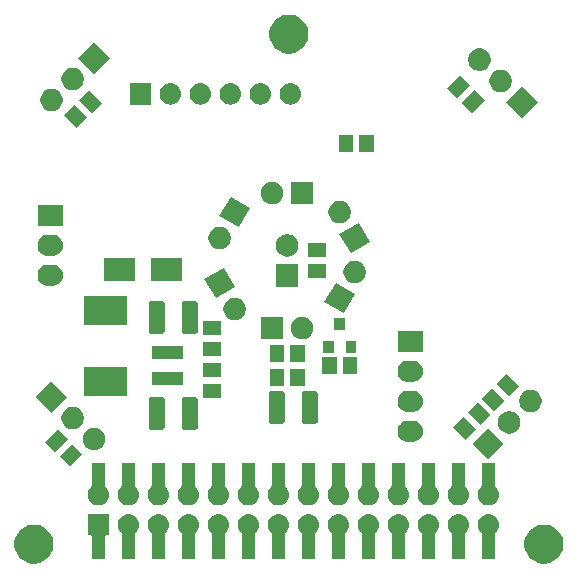
<source format=gbs>
G04 #@! TF.GenerationSoftware,KiCad,Pcbnew,(5.0.2)-1*
G04 #@! TF.CreationDate,2019-01-31T16:36:43+01:00*
G04 #@! TF.ProjectId,SHMod24_RF_IR_Bridge,53484d6f-6432-4345-9f52-465f49525f42,rev?*
G04 #@! TF.SameCoordinates,Original*
G04 #@! TF.FileFunction,Soldermask,Bot*
G04 #@! TF.FilePolarity,Negative*
%FSLAX46Y46*%
G04 Gerber Fmt 4.6, Leading zero omitted, Abs format (unit mm)*
G04 Created by KiCad (PCBNEW (5.0.2)-1) date 31/01/2019 16:36:43*
%MOMM*%
%LPD*%
G01*
G04 APERTURE LIST*
%ADD10C,0.100000*%
G04 APERTURE END LIST*
D10*
G36*
X44965256Y-42481298D02*
X45071579Y-42502447D01*
X45372042Y-42626903D01*
X45610844Y-42786466D01*
X45642454Y-42807587D01*
X45872413Y-43037546D01*
X45872415Y-43037549D01*
X46000281Y-43228913D01*
X46053098Y-43307960D01*
X46177553Y-43608422D01*
X46241000Y-43927389D01*
X46241000Y-44252611D01*
X46177553Y-44571578D01*
X46053098Y-44872040D01*
X45872413Y-45142454D01*
X45642454Y-45372413D01*
X45642451Y-45372415D01*
X45372042Y-45553097D01*
X45071579Y-45677553D01*
X44965256Y-45698702D01*
X44752611Y-45741000D01*
X44427389Y-45741000D01*
X44214744Y-45698702D01*
X44108421Y-45677553D01*
X43807958Y-45553097D01*
X43537549Y-45372415D01*
X43537546Y-45372413D01*
X43307587Y-45142454D01*
X43126902Y-44872040D01*
X43002447Y-44571578D01*
X42939000Y-44252611D01*
X42939000Y-43927389D01*
X43002447Y-43608422D01*
X43126902Y-43307960D01*
X43179720Y-43228913D01*
X43307585Y-43037549D01*
X43307587Y-43037546D01*
X43537546Y-42807587D01*
X43569156Y-42786466D01*
X43807958Y-42626903D01*
X44108421Y-42502447D01*
X44214744Y-42481298D01*
X44427389Y-42439000D01*
X44752611Y-42439000D01*
X44965256Y-42481298D01*
X44965256Y-42481298D01*
G37*
G36*
X1785256Y-42481298D02*
X1891579Y-42502447D01*
X2192042Y-42626903D01*
X2430844Y-42786466D01*
X2462454Y-42807587D01*
X2692413Y-43037546D01*
X2692415Y-43037549D01*
X2820281Y-43228913D01*
X2873098Y-43307960D01*
X2997553Y-43608422D01*
X3061000Y-43927389D01*
X3061000Y-44252611D01*
X2997553Y-44571578D01*
X2873098Y-44872040D01*
X2692413Y-45142454D01*
X2462454Y-45372413D01*
X2462451Y-45372415D01*
X2192042Y-45553097D01*
X1891579Y-45677553D01*
X1785256Y-45698702D01*
X1572611Y-45741000D01*
X1247389Y-45741000D01*
X1034744Y-45698702D01*
X928421Y-45677553D01*
X627958Y-45553097D01*
X357549Y-45372415D01*
X357546Y-45372413D01*
X127587Y-45142454D01*
X-53098Y-44872040D01*
X-177553Y-44571578D01*
X-241000Y-44252611D01*
X-241000Y-43927389D01*
X-177553Y-43608422D01*
X-53098Y-43307960D01*
X-280Y-43228913D01*
X127585Y-43037549D01*
X127587Y-43037546D01*
X357546Y-42807587D01*
X389156Y-42786466D01*
X627958Y-42626903D01*
X928421Y-42502447D01*
X1034744Y-42481298D01*
X1247389Y-42439000D01*
X1572611Y-42439000D01*
X1785256Y-42481298D01*
X1785256Y-42481298D01*
G37*
G36*
X34920443Y-41545519D02*
X34986627Y-41552037D01*
X35099853Y-41586384D01*
X35156467Y-41603557D01*
X35295087Y-41677652D01*
X35312991Y-41687222D01*
X35348729Y-41716552D01*
X35450186Y-41799814D01*
X35533448Y-41901271D01*
X35562778Y-41937009D01*
X35562779Y-41937011D01*
X35646443Y-42093533D01*
X35646443Y-42093534D01*
X35697963Y-42263373D01*
X35715359Y-42440000D01*
X35697963Y-42616627D01*
X35663616Y-42729853D01*
X35646443Y-42786467D01*
X35635155Y-42807585D01*
X35562778Y-42942991D01*
X35525247Y-42988722D01*
X35450183Y-43080189D01*
X35386701Y-43132287D01*
X35369374Y-43149614D01*
X35355760Y-43169988D01*
X35346383Y-43192627D01*
X35341602Y-43216661D01*
X35341000Y-43228913D01*
X35341000Y-45346000D01*
X34239000Y-45346000D01*
X34239000Y-43196086D01*
X34236598Y-43171700D01*
X34229485Y-43148251D01*
X34217934Y-43126640D01*
X34202388Y-43107698D01*
X34193299Y-43099460D01*
X34169817Y-43080189D01*
X34094753Y-42988722D01*
X34057222Y-42942991D01*
X33984845Y-42807585D01*
X33973557Y-42786467D01*
X33956384Y-42729853D01*
X33922037Y-42616627D01*
X33904641Y-42440000D01*
X33922037Y-42263373D01*
X33973557Y-42093534D01*
X33973557Y-42093533D01*
X34057221Y-41937011D01*
X34057222Y-41937009D01*
X34086552Y-41901271D01*
X34169814Y-41799814D01*
X34271271Y-41716552D01*
X34307009Y-41687222D01*
X34324913Y-41677652D01*
X34463533Y-41603557D01*
X34520147Y-41586384D01*
X34633373Y-41552037D01*
X34699557Y-41545519D01*
X34765740Y-41539000D01*
X34854260Y-41539000D01*
X34920443Y-41545519D01*
X34920443Y-41545519D01*
G37*
G36*
X40000443Y-41545519D02*
X40066627Y-41552037D01*
X40179853Y-41586384D01*
X40236467Y-41603557D01*
X40375087Y-41677652D01*
X40392991Y-41687222D01*
X40428729Y-41716552D01*
X40530186Y-41799814D01*
X40613448Y-41901271D01*
X40642778Y-41937009D01*
X40642779Y-41937011D01*
X40726443Y-42093533D01*
X40726443Y-42093534D01*
X40777963Y-42263373D01*
X40795359Y-42440000D01*
X40777963Y-42616627D01*
X40743616Y-42729853D01*
X40726443Y-42786467D01*
X40715155Y-42807585D01*
X40642778Y-42942991D01*
X40605247Y-42988722D01*
X40530183Y-43080189D01*
X40466701Y-43132287D01*
X40449374Y-43149614D01*
X40435760Y-43169988D01*
X40426383Y-43192627D01*
X40421602Y-43216661D01*
X40421000Y-43228913D01*
X40421000Y-45346000D01*
X39319000Y-45346000D01*
X39319000Y-43196086D01*
X39316598Y-43171700D01*
X39309485Y-43148251D01*
X39297934Y-43126640D01*
X39282388Y-43107698D01*
X39273299Y-43099460D01*
X39249817Y-43080189D01*
X39174753Y-42988722D01*
X39137222Y-42942991D01*
X39064845Y-42807585D01*
X39053557Y-42786467D01*
X39036384Y-42729853D01*
X39002037Y-42616627D01*
X38984641Y-42440000D01*
X39002037Y-42263373D01*
X39053557Y-42093534D01*
X39053557Y-42093533D01*
X39137221Y-41937011D01*
X39137222Y-41937009D01*
X39166552Y-41901271D01*
X39249814Y-41799814D01*
X39351271Y-41716552D01*
X39387009Y-41687222D01*
X39404913Y-41677652D01*
X39543533Y-41603557D01*
X39600147Y-41586384D01*
X39713373Y-41552037D01*
X39779557Y-41545519D01*
X39845740Y-41539000D01*
X39934260Y-41539000D01*
X40000443Y-41545519D01*
X40000443Y-41545519D01*
G37*
G36*
X7771000Y-43341000D02*
X7526000Y-43341000D01*
X7501614Y-43343402D01*
X7478165Y-43350515D01*
X7456554Y-43362066D01*
X7437612Y-43377612D01*
X7422066Y-43396554D01*
X7410515Y-43418165D01*
X7403402Y-43441614D01*
X7401000Y-43466000D01*
X7401000Y-45346000D01*
X6299000Y-45346000D01*
X6299000Y-43466000D01*
X6296598Y-43441614D01*
X6289485Y-43418165D01*
X6277934Y-43396554D01*
X6262388Y-43377612D01*
X6243446Y-43362066D01*
X6221835Y-43350515D01*
X6198386Y-43343402D01*
X6174000Y-43341000D01*
X5969000Y-43341000D01*
X5969000Y-41539000D01*
X7771000Y-41539000D01*
X7771000Y-43341000D01*
X7771000Y-43341000D01*
G37*
G36*
X9520443Y-41545519D02*
X9586627Y-41552037D01*
X9699853Y-41586384D01*
X9756467Y-41603557D01*
X9895087Y-41677652D01*
X9912991Y-41687222D01*
X9948729Y-41716552D01*
X10050186Y-41799814D01*
X10133448Y-41901271D01*
X10162778Y-41937009D01*
X10162779Y-41937011D01*
X10246443Y-42093533D01*
X10246443Y-42093534D01*
X10297963Y-42263373D01*
X10315359Y-42440000D01*
X10297963Y-42616627D01*
X10263616Y-42729853D01*
X10246443Y-42786467D01*
X10235155Y-42807585D01*
X10162778Y-42942991D01*
X10125247Y-42988722D01*
X10050183Y-43080189D01*
X9986701Y-43132287D01*
X9969374Y-43149614D01*
X9955760Y-43169988D01*
X9946383Y-43192627D01*
X9941602Y-43216661D01*
X9941000Y-43228913D01*
X9941000Y-45346000D01*
X8839000Y-45346000D01*
X8839000Y-43196086D01*
X8836598Y-43171700D01*
X8829485Y-43148251D01*
X8817934Y-43126640D01*
X8802388Y-43107698D01*
X8793299Y-43099460D01*
X8769817Y-43080189D01*
X8694753Y-42988722D01*
X8657222Y-42942991D01*
X8584845Y-42807585D01*
X8573557Y-42786467D01*
X8556384Y-42729853D01*
X8522037Y-42616627D01*
X8504641Y-42440000D01*
X8522037Y-42263373D01*
X8573557Y-42093534D01*
X8573557Y-42093533D01*
X8657221Y-41937011D01*
X8657222Y-41937009D01*
X8686552Y-41901271D01*
X8769814Y-41799814D01*
X8871271Y-41716552D01*
X8907009Y-41687222D01*
X8924913Y-41677652D01*
X9063533Y-41603557D01*
X9120147Y-41586384D01*
X9233373Y-41552037D01*
X9299557Y-41545519D01*
X9365740Y-41539000D01*
X9454260Y-41539000D01*
X9520443Y-41545519D01*
X9520443Y-41545519D01*
G37*
G36*
X12060443Y-41545519D02*
X12126627Y-41552037D01*
X12239853Y-41586384D01*
X12296467Y-41603557D01*
X12435087Y-41677652D01*
X12452991Y-41687222D01*
X12488729Y-41716552D01*
X12590186Y-41799814D01*
X12673448Y-41901271D01*
X12702778Y-41937009D01*
X12702779Y-41937011D01*
X12786443Y-42093533D01*
X12786443Y-42093534D01*
X12837963Y-42263373D01*
X12855359Y-42440000D01*
X12837963Y-42616627D01*
X12803616Y-42729853D01*
X12786443Y-42786467D01*
X12775155Y-42807585D01*
X12702778Y-42942991D01*
X12665247Y-42988722D01*
X12590183Y-43080189D01*
X12526701Y-43132287D01*
X12509374Y-43149614D01*
X12495760Y-43169988D01*
X12486383Y-43192627D01*
X12481602Y-43216661D01*
X12481000Y-43228913D01*
X12481000Y-45346000D01*
X11379000Y-45346000D01*
X11379000Y-43196086D01*
X11376598Y-43171700D01*
X11369485Y-43148251D01*
X11357934Y-43126640D01*
X11342388Y-43107698D01*
X11333299Y-43099460D01*
X11309817Y-43080189D01*
X11234753Y-42988722D01*
X11197222Y-42942991D01*
X11124845Y-42807585D01*
X11113557Y-42786467D01*
X11096384Y-42729853D01*
X11062037Y-42616627D01*
X11044641Y-42440000D01*
X11062037Y-42263373D01*
X11113557Y-42093534D01*
X11113557Y-42093533D01*
X11197221Y-41937011D01*
X11197222Y-41937009D01*
X11226552Y-41901271D01*
X11309814Y-41799814D01*
X11411271Y-41716552D01*
X11447009Y-41687222D01*
X11464913Y-41677652D01*
X11603533Y-41603557D01*
X11660147Y-41586384D01*
X11773373Y-41552037D01*
X11839557Y-41545519D01*
X11905740Y-41539000D01*
X11994260Y-41539000D01*
X12060443Y-41545519D01*
X12060443Y-41545519D01*
G37*
G36*
X14600443Y-41545519D02*
X14666627Y-41552037D01*
X14779853Y-41586384D01*
X14836467Y-41603557D01*
X14975087Y-41677652D01*
X14992991Y-41687222D01*
X15028729Y-41716552D01*
X15130186Y-41799814D01*
X15213448Y-41901271D01*
X15242778Y-41937009D01*
X15242779Y-41937011D01*
X15326443Y-42093533D01*
X15326443Y-42093534D01*
X15377963Y-42263373D01*
X15395359Y-42440000D01*
X15377963Y-42616627D01*
X15343616Y-42729853D01*
X15326443Y-42786467D01*
X15315155Y-42807585D01*
X15242778Y-42942991D01*
X15205247Y-42988722D01*
X15130183Y-43080189D01*
X15066701Y-43132287D01*
X15049374Y-43149614D01*
X15035760Y-43169988D01*
X15026383Y-43192627D01*
X15021602Y-43216661D01*
X15021000Y-43228913D01*
X15021000Y-45346000D01*
X13919000Y-45346000D01*
X13919000Y-43196086D01*
X13916598Y-43171700D01*
X13909485Y-43148251D01*
X13897934Y-43126640D01*
X13882388Y-43107698D01*
X13873299Y-43099460D01*
X13849817Y-43080189D01*
X13774753Y-42988722D01*
X13737222Y-42942991D01*
X13664845Y-42807585D01*
X13653557Y-42786467D01*
X13636384Y-42729853D01*
X13602037Y-42616627D01*
X13584641Y-42440000D01*
X13602037Y-42263373D01*
X13653557Y-42093534D01*
X13653557Y-42093533D01*
X13737221Y-41937011D01*
X13737222Y-41937009D01*
X13766552Y-41901271D01*
X13849814Y-41799814D01*
X13951271Y-41716552D01*
X13987009Y-41687222D01*
X14004913Y-41677652D01*
X14143533Y-41603557D01*
X14200147Y-41586384D01*
X14313373Y-41552037D01*
X14379557Y-41545519D01*
X14445740Y-41539000D01*
X14534260Y-41539000D01*
X14600443Y-41545519D01*
X14600443Y-41545519D01*
G37*
G36*
X17140443Y-41545519D02*
X17206627Y-41552037D01*
X17319853Y-41586384D01*
X17376467Y-41603557D01*
X17515087Y-41677652D01*
X17532991Y-41687222D01*
X17568729Y-41716552D01*
X17670186Y-41799814D01*
X17753448Y-41901271D01*
X17782778Y-41937009D01*
X17782779Y-41937011D01*
X17866443Y-42093533D01*
X17866443Y-42093534D01*
X17917963Y-42263373D01*
X17935359Y-42440000D01*
X17917963Y-42616627D01*
X17883616Y-42729853D01*
X17866443Y-42786467D01*
X17855155Y-42807585D01*
X17782778Y-42942991D01*
X17745247Y-42988722D01*
X17670183Y-43080189D01*
X17606701Y-43132287D01*
X17589374Y-43149614D01*
X17575760Y-43169988D01*
X17566383Y-43192627D01*
X17561602Y-43216661D01*
X17561000Y-43228913D01*
X17561000Y-45346000D01*
X16459000Y-45346000D01*
X16459000Y-43196086D01*
X16456598Y-43171700D01*
X16449485Y-43148251D01*
X16437934Y-43126640D01*
X16422388Y-43107698D01*
X16413299Y-43099460D01*
X16389817Y-43080189D01*
X16314753Y-42988722D01*
X16277222Y-42942991D01*
X16204845Y-42807585D01*
X16193557Y-42786467D01*
X16176384Y-42729853D01*
X16142037Y-42616627D01*
X16124641Y-42440000D01*
X16142037Y-42263373D01*
X16193557Y-42093534D01*
X16193557Y-42093533D01*
X16277221Y-41937011D01*
X16277222Y-41937009D01*
X16306552Y-41901271D01*
X16389814Y-41799814D01*
X16491271Y-41716552D01*
X16527009Y-41687222D01*
X16544913Y-41677652D01*
X16683533Y-41603557D01*
X16740147Y-41586384D01*
X16853373Y-41552037D01*
X16919557Y-41545519D01*
X16985740Y-41539000D01*
X17074260Y-41539000D01*
X17140443Y-41545519D01*
X17140443Y-41545519D01*
G37*
G36*
X19680443Y-41545519D02*
X19746627Y-41552037D01*
X19859853Y-41586384D01*
X19916467Y-41603557D01*
X20055087Y-41677652D01*
X20072991Y-41687222D01*
X20108729Y-41716552D01*
X20210186Y-41799814D01*
X20293448Y-41901271D01*
X20322778Y-41937009D01*
X20322779Y-41937011D01*
X20406443Y-42093533D01*
X20406443Y-42093534D01*
X20457963Y-42263373D01*
X20475359Y-42440000D01*
X20457963Y-42616627D01*
X20423616Y-42729853D01*
X20406443Y-42786467D01*
X20395155Y-42807585D01*
X20322778Y-42942991D01*
X20285247Y-42988722D01*
X20210183Y-43080189D01*
X20146701Y-43132287D01*
X20129374Y-43149614D01*
X20115760Y-43169988D01*
X20106383Y-43192627D01*
X20101602Y-43216661D01*
X20101000Y-43228913D01*
X20101000Y-45346000D01*
X18999000Y-45346000D01*
X18999000Y-43196086D01*
X18996598Y-43171700D01*
X18989485Y-43148251D01*
X18977934Y-43126640D01*
X18962388Y-43107698D01*
X18953299Y-43099460D01*
X18929817Y-43080189D01*
X18854753Y-42988722D01*
X18817222Y-42942991D01*
X18744845Y-42807585D01*
X18733557Y-42786467D01*
X18716384Y-42729853D01*
X18682037Y-42616627D01*
X18664641Y-42440000D01*
X18682037Y-42263373D01*
X18733557Y-42093534D01*
X18733557Y-42093533D01*
X18817221Y-41937011D01*
X18817222Y-41937009D01*
X18846552Y-41901271D01*
X18929814Y-41799814D01*
X19031271Y-41716552D01*
X19067009Y-41687222D01*
X19084913Y-41677652D01*
X19223533Y-41603557D01*
X19280147Y-41586384D01*
X19393373Y-41552037D01*
X19459557Y-41545519D01*
X19525740Y-41539000D01*
X19614260Y-41539000D01*
X19680443Y-41545519D01*
X19680443Y-41545519D01*
G37*
G36*
X22220443Y-41545519D02*
X22286627Y-41552037D01*
X22399853Y-41586384D01*
X22456467Y-41603557D01*
X22595087Y-41677652D01*
X22612991Y-41687222D01*
X22648729Y-41716552D01*
X22750186Y-41799814D01*
X22833448Y-41901271D01*
X22862778Y-41937009D01*
X22862779Y-41937011D01*
X22946443Y-42093533D01*
X22946443Y-42093534D01*
X22997963Y-42263373D01*
X23015359Y-42440000D01*
X22997963Y-42616627D01*
X22963616Y-42729853D01*
X22946443Y-42786467D01*
X22935155Y-42807585D01*
X22862778Y-42942991D01*
X22825247Y-42988722D01*
X22750183Y-43080189D01*
X22686701Y-43132287D01*
X22669374Y-43149614D01*
X22655760Y-43169988D01*
X22646383Y-43192627D01*
X22641602Y-43216661D01*
X22641000Y-43228913D01*
X22641000Y-45346000D01*
X21539000Y-45346000D01*
X21539000Y-43196086D01*
X21536598Y-43171700D01*
X21529485Y-43148251D01*
X21517934Y-43126640D01*
X21502388Y-43107698D01*
X21493299Y-43099460D01*
X21469817Y-43080189D01*
X21394753Y-42988722D01*
X21357222Y-42942991D01*
X21284845Y-42807585D01*
X21273557Y-42786467D01*
X21256384Y-42729853D01*
X21222037Y-42616627D01*
X21204641Y-42440000D01*
X21222037Y-42263373D01*
X21273557Y-42093534D01*
X21273557Y-42093533D01*
X21357221Y-41937011D01*
X21357222Y-41937009D01*
X21386552Y-41901271D01*
X21469814Y-41799814D01*
X21571271Y-41716552D01*
X21607009Y-41687222D01*
X21624913Y-41677652D01*
X21763533Y-41603557D01*
X21820147Y-41586384D01*
X21933373Y-41552037D01*
X21999557Y-41545519D01*
X22065740Y-41539000D01*
X22154260Y-41539000D01*
X22220443Y-41545519D01*
X22220443Y-41545519D01*
G37*
G36*
X24760443Y-41545519D02*
X24826627Y-41552037D01*
X24939853Y-41586384D01*
X24996467Y-41603557D01*
X25135087Y-41677652D01*
X25152991Y-41687222D01*
X25188729Y-41716552D01*
X25290186Y-41799814D01*
X25373448Y-41901271D01*
X25402778Y-41937009D01*
X25402779Y-41937011D01*
X25486443Y-42093533D01*
X25486443Y-42093534D01*
X25537963Y-42263373D01*
X25555359Y-42440000D01*
X25537963Y-42616627D01*
X25503616Y-42729853D01*
X25486443Y-42786467D01*
X25475155Y-42807585D01*
X25402778Y-42942991D01*
X25365247Y-42988722D01*
X25290183Y-43080189D01*
X25226701Y-43132287D01*
X25209374Y-43149614D01*
X25195760Y-43169988D01*
X25186383Y-43192627D01*
X25181602Y-43216661D01*
X25181000Y-43228913D01*
X25181000Y-45346000D01*
X24079000Y-45346000D01*
X24079000Y-43196086D01*
X24076598Y-43171700D01*
X24069485Y-43148251D01*
X24057934Y-43126640D01*
X24042388Y-43107698D01*
X24033299Y-43099460D01*
X24009817Y-43080189D01*
X23934753Y-42988722D01*
X23897222Y-42942991D01*
X23824845Y-42807585D01*
X23813557Y-42786467D01*
X23796384Y-42729853D01*
X23762037Y-42616627D01*
X23744641Y-42440000D01*
X23762037Y-42263373D01*
X23813557Y-42093534D01*
X23813557Y-42093533D01*
X23897221Y-41937011D01*
X23897222Y-41937009D01*
X23926552Y-41901271D01*
X24009814Y-41799814D01*
X24111271Y-41716552D01*
X24147009Y-41687222D01*
X24164913Y-41677652D01*
X24303533Y-41603557D01*
X24360147Y-41586384D01*
X24473373Y-41552037D01*
X24539557Y-41545519D01*
X24605740Y-41539000D01*
X24694260Y-41539000D01*
X24760443Y-41545519D01*
X24760443Y-41545519D01*
G37*
G36*
X27300443Y-41545519D02*
X27366627Y-41552037D01*
X27479853Y-41586384D01*
X27536467Y-41603557D01*
X27675087Y-41677652D01*
X27692991Y-41687222D01*
X27728729Y-41716552D01*
X27830186Y-41799814D01*
X27913448Y-41901271D01*
X27942778Y-41937009D01*
X27942779Y-41937011D01*
X28026443Y-42093533D01*
X28026443Y-42093534D01*
X28077963Y-42263373D01*
X28095359Y-42440000D01*
X28077963Y-42616627D01*
X28043616Y-42729853D01*
X28026443Y-42786467D01*
X28015155Y-42807585D01*
X27942778Y-42942991D01*
X27905247Y-42988722D01*
X27830183Y-43080189D01*
X27766701Y-43132287D01*
X27749374Y-43149614D01*
X27735760Y-43169988D01*
X27726383Y-43192627D01*
X27721602Y-43216661D01*
X27721000Y-43228913D01*
X27721000Y-45346000D01*
X26619000Y-45346000D01*
X26619000Y-43196086D01*
X26616598Y-43171700D01*
X26609485Y-43148251D01*
X26597934Y-43126640D01*
X26582388Y-43107698D01*
X26573299Y-43099460D01*
X26549817Y-43080189D01*
X26474753Y-42988722D01*
X26437222Y-42942991D01*
X26364845Y-42807585D01*
X26353557Y-42786467D01*
X26336384Y-42729853D01*
X26302037Y-42616627D01*
X26284641Y-42440000D01*
X26302037Y-42263373D01*
X26353557Y-42093534D01*
X26353557Y-42093533D01*
X26437221Y-41937011D01*
X26437222Y-41937009D01*
X26466552Y-41901271D01*
X26549814Y-41799814D01*
X26651271Y-41716552D01*
X26687009Y-41687222D01*
X26704913Y-41677652D01*
X26843533Y-41603557D01*
X26900147Y-41586384D01*
X27013373Y-41552037D01*
X27079557Y-41545519D01*
X27145740Y-41539000D01*
X27234260Y-41539000D01*
X27300443Y-41545519D01*
X27300443Y-41545519D01*
G37*
G36*
X29840443Y-41545519D02*
X29906627Y-41552037D01*
X30019853Y-41586384D01*
X30076467Y-41603557D01*
X30215087Y-41677652D01*
X30232991Y-41687222D01*
X30268729Y-41716552D01*
X30370186Y-41799814D01*
X30453448Y-41901271D01*
X30482778Y-41937009D01*
X30482779Y-41937011D01*
X30566443Y-42093533D01*
X30566443Y-42093534D01*
X30617963Y-42263373D01*
X30635359Y-42440000D01*
X30617963Y-42616627D01*
X30583616Y-42729853D01*
X30566443Y-42786467D01*
X30555155Y-42807585D01*
X30482778Y-42942991D01*
X30445247Y-42988722D01*
X30370183Y-43080189D01*
X30306701Y-43132287D01*
X30289374Y-43149614D01*
X30275760Y-43169988D01*
X30266383Y-43192627D01*
X30261602Y-43216661D01*
X30261000Y-43228913D01*
X30261000Y-45346000D01*
X29159000Y-45346000D01*
X29159000Y-43196086D01*
X29156598Y-43171700D01*
X29149485Y-43148251D01*
X29137934Y-43126640D01*
X29122388Y-43107698D01*
X29113299Y-43099460D01*
X29089817Y-43080189D01*
X29014753Y-42988722D01*
X28977222Y-42942991D01*
X28904845Y-42807585D01*
X28893557Y-42786467D01*
X28876384Y-42729853D01*
X28842037Y-42616627D01*
X28824641Y-42440000D01*
X28842037Y-42263373D01*
X28893557Y-42093534D01*
X28893557Y-42093533D01*
X28977221Y-41937011D01*
X28977222Y-41937009D01*
X29006552Y-41901271D01*
X29089814Y-41799814D01*
X29191271Y-41716552D01*
X29227009Y-41687222D01*
X29244913Y-41677652D01*
X29383533Y-41603557D01*
X29440147Y-41586384D01*
X29553373Y-41552037D01*
X29619557Y-41545519D01*
X29685740Y-41539000D01*
X29774260Y-41539000D01*
X29840443Y-41545519D01*
X29840443Y-41545519D01*
G37*
G36*
X32380443Y-41545519D02*
X32446627Y-41552037D01*
X32559853Y-41586384D01*
X32616467Y-41603557D01*
X32755087Y-41677652D01*
X32772991Y-41687222D01*
X32808729Y-41716552D01*
X32910186Y-41799814D01*
X32993448Y-41901271D01*
X33022778Y-41937009D01*
X33022779Y-41937011D01*
X33106443Y-42093533D01*
X33106443Y-42093534D01*
X33157963Y-42263373D01*
X33175359Y-42440000D01*
X33157963Y-42616627D01*
X33123616Y-42729853D01*
X33106443Y-42786467D01*
X33095155Y-42807585D01*
X33022778Y-42942991D01*
X32985247Y-42988722D01*
X32910183Y-43080189D01*
X32846701Y-43132287D01*
X32829374Y-43149614D01*
X32815760Y-43169988D01*
X32806383Y-43192627D01*
X32801602Y-43216661D01*
X32801000Y-43228913D01*
X32801000Y-45346000D01*
X31699000Y-45346000D01*
X31699000Y-43196086D01*
X31696598Y-43171700D01*
X31689485Y-43148251D01*
X31677934Y-43126640D01*
X31662388Y-43107698D01*
X31653299Y-43099460D01*
X31629817Y-43080189D01*
X31554753Y-42988722D01*
X31517222Y-42942991D01*
X31444845Y-42807585D01*
X31433557Y-42786467D01*
X31416384Y-42729853D01*
X31382037Y-42616627D01*
X31364641Y-42440000D01*
X31382037Y-42263373D01*
X31433557Y-42093534D01*
X31433557Y-42093533D01*
X31517221Y-41937011D01*
X31517222Y-41937009D01*
X31546552Y-41901271D01*
X31629814Y-41799814D01*
X31731271Y-41716552D01*
X31767009Y-41687222D01*
X31784913Y-41677652D01*
X31923533Y-41603557D01*
X31980147Y-41586384D01*
X32093373Y-41552037D01*
X32159557Y-41545519D01*
X32225740Y-41539000D01*
X32314260Y-41539000D01*
X32380443Y-41545519D01*
X32380443Y-41545519D01*
G37*
G36*
X37460443Y-41545519D02*
X37526627Y-41552037D01*
X37639853Y-41586384D01*
X37696467Y-41603557D01*
X37835087Y-41677652D01*
X37852991Y-41687222D01*
X37888729Y-41716552D01*
X37990186Y-41799814D01*
X38073448Y-41901271D01*
X38102778Y-41937009D01*
X38102779Y-41937011D01*
X38186443Y-42093533D01*
X38186443Y-42093534D01*
X38237963Y-42263373D01*
X38255359Y-42440000D01*
X38237963Y-42616627D01*
X38203616Y-42729853D01*
X38186443Y-42786467D01*
X38175155Y-42807585D01*
X38102778Y-42942991D01*
X38065247Y-42988722D01*
X37990183Y-43080189D01*
X37926701Y-43132287D01*
X37909374Y-43149614D01*
X37895760Y-43169988D01*
X37886383Y-43192627D01*
X37881602Y-43216661D01*
X37881000Y-43228913D01*
X37881000Y-45346000D01*
X36779000Y-45346000D01*
X36779000Y-43196086D01*
X36776598Y-43171700D01*
X36769485Y-43148251D01*
X36757934Y-43126640D01*
X36742388Y-43107698D01*
X36733299Y-43099460D01*
X36709817Y-43080189D01*
X36634753Y-42988722D01*
X36597222Y-42942991D01*
X36524845Y-42807585D01*
X36513557Y-42786467D01*
X36496384Y-42729853D01*
X36462037Y-42616627D01*
X36444641Y-42440000D01*
X36462037Y-42263373D01*
X36513557Y-42093534D01*
X36513557Y-42093533D01*
X36597221Y-41937011D01*
X36597222Y-41937009D01*
X36626552Y-41901271D01*
X36709814Y-41799814D01*
X36811271Y-41716552D01*
X36847009Y-41687222D01*
X36864913Y-41677652D01*
X37003533Y-41603557D01*
X37060147Y-41586384D01*
X37173373Y-41552037D01*
X37239557Y-41545519D01*
X37305740Y-41539000D01*
X37394260Y-41539000D01*
X37460443Y-41545519D01*
X37460443Y-41545519D01*
G37*
G36*
X7401000Y-39111087D02*
X7403402Y-39135473D01*
X7410515Y-39158922D01*
X7422066Y-39180533D01*
X7437612Y-39199475D01*
X7446701Y-39207713D01*
X7510183Y-39259811D01*
X7585247Y-39351278D01*
X7622778Y-39397009D01*
X7622779Y-39397011D01*
X7706443Y-39553533D01*
X7706443Y-39553534D01*
X7757963Y-39723373D01*
X7775359Y-39900000D01*
X7757963Y-40076627D01*
X7723616Y-40189853D01*
X7706443Y-40246467D01*
X7674621Y-40306000D01*
X7622778Y-40402991D01*
X7593448Y-40438729D01*
X7510186Y-40540186D01*
X7408729Y-40623448D01*
X7372991Y-40652778D01*
X7372989Y-40652779D01*
X7216467Y-40736443D01*
X7159853Y-40753616D01*
X7046627Y-40787963D01*
X6980443Y-40794481D01*
X6914260Y-40801000D01*
X6825740Y-40801000D01*
X6759557Y-40794481D01*
X6693373Y-40787963D01*
X6580147Y-40753616D01*
X6523533Y-40736443D01*
X6367011Y-40652779D01*
X6367009Y-40652778D01*
X6331271Y-40623448D01*
X6229814Y-40540186D01*
X6146552Y-40438729D01*
X6117222Y-40402991D01*
X6065379Y-40306000D01*
X6033557Y-40246467D01*
X6016384Y-40189853D01*
X5982037Y-40076627D01*
X5964641Y-39900000D01*
X5982037Y-39723373D01*
X6033557Y-39553534D01*
X6033557Y-39553533D01*
X6117221Y-39397011D01*
X6117222Y-39397009D01*
X6154753Y-39351278D01*
X6229817Y-39259811D01*
X6253299Y-39240540D01*
X6270626Y-39223213D01*
X6284240Y-39202839D01*
X6293618Y-39180200D01*
X6298398Y-39156166D01*
X6299000Y-39143914D01*
X6299000Y-37204000D01*
X7401000Y-37204000D01*
X7401000Y-39111087D01*
X7401000Y-39111087D01*
G37*
G36*
X9941000Y-39111087D02*
X9943402Y-39135473D01*
X9950515Y-39158922D01*
X9962066Y-39180533D01*
X9977612Y-39199475D01*
X9986701Y-39207713D01*
X10050183Y-39259811D01*
X10125247Y-39351278D01*
X10162778Y-39397009D01*
X10162779Y-39397011D01*
X10246443Y-39553533D01*
X10246443Y-39553534D01*
X10297963Y-39723373D01*
X10315359Y-39900000D01*
X10297963Y-40076627D01*
X10263616Y-40189853D01*
X10246443Y-40246467D01*
X10214621Y-40306000D01*
X10162778Y-40402991D01*
X10133448Y-40438729D01*
X10050186Y-40540186D01*
X9948729Y-40623448D01*
X9912991Y-40652778D01*
X9912989Y-40652779D01*
X9756467Y-40736443D01*
X9699853Y-40753616D01*
X9586627Y-40787963D01*
X9520443Y-40794481D01*
X9454260Y-40801000D01*
X9365740Y-40801000D01*
X9299557Y-40794481D01*
X9233373Y-40787963D01*
X9120147Y-40753616D01*
X9063533Y-40736443D01*
X8907011Y-40652779D01*
X8907009Y-40652778D01*
X8871271Y-40623448D01*
X8769814Y-40540186D01*
X8686552Y-40438729D01*
X8657222Y-40402991D01*
X8605379Y-40306000D01*
X8573557Y-40246467D01*
X8556384Y-40189853D01*
X8522037Y-40076627D01*
X8504641Y-39900000D01*
X8522037Y-39723373D01*
X8573557Y-39553534D01*
X8573557Y-39553533D01*
X8657221Y-39397011D01*
X8657222Y-39397009D01*
X8694753Y-39351278D01*
X8769817Y-39259811D01*
X8793299Y-39240540D01*
X8810626Y-39223213D01*
X8824240Y-39202839D01*
X8833618Y-39180200D01*
X8838398Y-39156166D01*
X8839000Y-39143914D01*
X8839000Y-37204000D01*
X9941000Y-37204000D01*
X9941000Y-39111087D01*
X9941000Y-39111087D01*
G37*
G36*
X12481000Y-39111087D02*
X12483402Y-39135473D01*
X12490515Y-39158922D01*
X12502066Y-39180533D01*
X12517612Y-39199475D01*
X12526701Y-39207713D01*
X12590183Y-39259811D01*
X12665247Y-39351278D01*
X12702778Y-39397009D01*
X12702779Y-39397011D01*
X12786443Y-39553533D01*
X12786443Y-39553534D01*
X12837963Y-39723373D01*
X12855359Y-39900000D01*
X12837963Y-40076627D01*
X12803616Y-40189853D01*
X12786443Y-40246467D01*
X12754621Y-40306000D01*
X12702778Y-40402991D01*
X12673448Y-40438729D01*
X12590186Y-40540186D01*
X12488729Y-40623448D01*
X12452991Y-40652778D01*
X12452989Y-40652779D01*
X12296467Y-40736443D01*
X12239853Y-40753616D01*
X12126627Y-40787963D01*
X12060443Y-40794481D01*
X11994260Y-40801000D01*
X11905740Y-40801000D01*
X11839557Y-40794481D01*
X11773373Y-40787963D01*
X11660147Y-40753616D01*
X11603533Y-40736443D01*
X11447011Y-40652779D01*
X11447009Y-40652778D01*
X11411271Y-40623448D01*
X11309814Y-40540186D01*
X11226552Y-40438729D01*
X11197222Y-40402991D01*
X11145379Y-40306000D01*
X11113557Y-40246467D01*
X11096384Y-40189853D01*
X11062037Y-40076627D01*
X11044641Y-39900000D01*
X11062037Y-39723373D01*
X11113557Y-39553534D01*
X11113557Y-39553533D01*
X11197221Y-39397011D01*
X11197222Y-39397009D01*
X11234753Y-39351278D01*
X11309817Y-39259811D01*
X11333299Y-39240540D01*
X11350626Y-39223213D01*
X11364240Y-39202839D01*
X11373618Y-39180200D01*
X11378398Y-39156166D01*
X11379000Y-39143914D01*
X11379000Y-37204000D01*
X12481000Y-37204000D01*
X12481000Y-39111087D01*
X12481000Y-39111087D01*
G37*
G36*
X15021000Y-39111087D02*
X15023402Y-39135473D01*
X15030515Y-39158922D01*
X15042066Y-39180533D01*
X15057612Y-39199475D01*
X15066701Y-39207713D01*
X15130183Y-39259811D01*
X15205247Y-39351278D01*
X15242778Y-39397009D01*
X15242779Y-39397011D01*
X15326443Y-39553533D01*
X15326443Y-39553534D01*
X15377963Y-39723373D01*
X15395359Y-39900000D01*
X15377963Y-40076627D01*
X15343616Y-40189853D01*
X15326443Y-40246467D01*
X15294621Y-40306000D01*
X15242778Y-40402991D01*
X15213448Y-40438729D01*
X15130186Y-40540186D01*
X15028729Y-40623448D01*
X14992991Y-40652778D01*
X14992989Y-40652779D01*
X14836467Y-40736443D01*
X14779853Y-40753616D01*
X14666627Y-40787963D01*
X14600443Y-40794481D01*
X14534260Y-40801000D01*
X14445740Y-40801000D01*
X14379557Y-40794481D01*
X14313373Y-40787963D01*
X14200147Y-40753616D01*
X14143533Y-40736443D01*
X13987011Y-40652779D01*
X13987009Y-40652778D01*
X13951271Y-40623448D01*
X13849814Y-40540186D01*
X13766552Y-40438729D01*
X13737222Y-40402991D01*
X13685379Y-40306000D01*
X13653557Y-40246467D01*
X13636384Y-40189853D01*
X13602037Y-40076627D01*
X13584641Y-39900000D01*
X13602037Y-39723373D01*
X13653557Y-39553534D01*
X13653557Y-39553533D01*
X13737221Y-39397011D01*
X13737222Y-39397009D01*
X13774753Y-39351278D01*
X13849817Y-39259811D01*
X13873299Y-39240540D01*
X13890626Y-39223213D01*
X13904240Y-39202839D01*
X13913618Y-39180200D01*
X13918398Y-39156166D01*
X13919000Y-39143914D01*
X13919000Y-37204000D01*
X15021000Y-37204000D01*
X15021000Y-39111087D01*
X15021000Y-39111087D01*
G37*
G36*
X17561000Y-39111087D02*
X17563402Y-39135473D01*
X17570515Y-39158922D01*
X17582066Y-39180533D01*
X17597612Y-39199475D01*
X17606701Y-39207713D01*
X17670183Y-39259811D01*
X17745247Y-39351278D01*
X17782778Y-39397009D01*
X17782779Y-39397011D01*
X17866443Y-39553533D01*
X17866443Y-39553534D01*
X17917963Y-39723373D01*
X17935359Y-39900000D01*
X17917963Y-40076627D01*
X17883616Y-40189853D01*
X17866443Y-40246467D01*
X17834621Y-40306000D01*
X17782778Y-40402991D01*
X17753448Y-40438729D01*
X17670186Y-40540186D01*
X17568729Y-40623448D01*
X17532991Y-40652778D01*
X17532989Y-40652779D01*
X17376467Y-40736443D01*
X17319853Y-40753616D01*
X17206627Y-40787963D01*
X17140443Y-40794481D01*
X17074260Y-40801000D01*
X16985740Y-40801000D01*
X16919557Y-40794481D01*
X16853373Y-40787963D01*
X16740147Y-40753616D01*
X16683533Y-40736443D01*
X16527011Y-40652779D01*
X16527009Y-40652778D01*
X16491271Y-40623448D01*
X16389814Y-40540186D01*
X16306552Y-40438729D01*
X16277222Y-40402991D01*
X16225379Y-40306000D01*
X16193557Y-40246467D01*
X16176384Y-40189853D01*
X16142037Y-40076627D01*
X16124641Y-39900000D01*
X16142037Y-39723373D01*
X16193557Y-39553534D01*
X16193557Y-39553533D01*
X16277221Y-39397011D01*
X16277222Y-39397009D01*
X16314753Y-39351278D01*
X16389817Y-39259811D01*
X16413299Y-39240540D01*
X16430626Y-39223213D01*
X16444240Y-39202839D01*
X16453618Y-39180200D01*
X16458398Y-39156166D01*
X16459000Y-39143914D01*
X16459000Y-37204000D01*
X17561000Y-37204000D01*
X17561000Y-39111087D01*
X17561000Y-39111087D01*
G37*
G36*
X20101000Y-39111087D02*
X20103402Y-39135473D01*
X20110515Y-39158922D01*
X20122066Y-39180533D01*
X20137612Y-39199475D01*
X20146701Y-39207713D01*
X20210183Y-39259811D01*
X20285247Y-39351278D01*
X20322778Y-39397009D01*
X20322779Y-39397011D01*
X20406443Y-39553533D01*
X20406443Y-39553534D01*
X20457963Y-39723373D01*
X20475359Y-39900000D01*
X20457963Y-40076627D01*
X20423616Y-40189853D01*
X20406443Y-40246467D01*
X20374621Y-40306000D01*
X20322778Y-40402991D01*
X20293448Y-40438729D01*
X20210186Y-40540186D01*
X20108729Y-40623448D01*
X20072991Y-40652778D01*
X20072989Y-40652779D01*
X19916467Y-40736443D01*
X19859853Y-40753616D01*
X19746627Y-40787963D01*
X19680443Y-40794481D01*
X19614260Y-40801000D01*
X19525740Y-40801000D01*
X19459557Y-40794481D01*
X19393373Y-40787963D01*
X19280147Y-40753616D01*
X19223533Y-40736443D01*
X19067011Y-40652779D01*
X19067009Y-40652778D01*
X19031271Y-40623448D01*
X18929814Y-40540186D01*
X18846552Y-40438729D01*
X18817222Y-40402991D01*
X18765379Y-40306000D01*
X18733557Y-40246467D01*
X18716384Y-40189853D01*
X18682037Y-40076627D01*
X18664641Y-39900000D01*
X18682037Y-39723373D01*
X18733557Y-39553534D01*
X18733557Y-39553533D01*
X18817221Y-39397011D01*
X18817222Y-39397009D01*
X18854753Y-39351278D01*
X18929817Y-39259811D01*
X18953299Y-39240540D01*
X18970626Y-39223213D01*
X18984240Y-39202839D01*
X18993618Y-39180200D01*
X18998398Y-39156166D01*
X18999000Y-39143914D01*
X18999000Y-37204000D01*
X20101000Y-37204000D01*
X20101000Y-39111087D01*
X20101000Y-39111087D01*
G37*
G36*
X22641000Y-39111087D02*
X22643402Y-39135473D01*
X22650515Y-39158922D01*
X22662066Y-39180533D01*
X22677612Y-39199475D01*
X22686701Y-39207713D01*
X22750183Y-39259811D01*
X22825247Y-39351278D01*
X22862778Y-39397009D01*
X22862779Y-39397011D01*
X22946443Y-39553533D01*
X22946443Y-39553534D01*
X22997963Y-39723373D01*
X23015359Y-39900000D01*
X22997963Y-40076627D01*
X22963616Y-40189853D01*
X22946443Y-40246467D01*
X22914621Y-40306000D01*
X22862778Y-40402991D01*
X22833448Y-40438729D01*
X22750186Y-40540186D01*
X22648729Y-40623448D01*
X22612991Y-40652778D01*
X22612989Y-40652779D01*
X22456467Y-40736443D01*
X22399853Y-40753616D01*
X22286627Y-40787963D01*
X22220443Y-40794481D01*
X22154260Y-40801000D01*
X22065740Y-40801000D01*
X21999557Y-40794481D01*
X21933373Y-40787963D01*
X21820147Y-40753616D01*
X21763533Y-40736443D01*
X21607011Y-40652779D01*
X21607009Y-40652778D01*
X21571271Y-40623448D01*
X21469814Y-40540186D01*
X21386552Y-40438729D01*
X21357222Y-40402991D01*
X21305379Y-40306000D01*
X21273557Y-40246467D01*
X21256384Y-40189853D01*
X21222037Y-40076627D01*
X21204641Y-39900000D01*
X21222037Y-39723373D01*
X21273557Y-39553534D01*
X21273557Y-39553533D01*
X21357221Y-39397011D01*
X21357222Y-39397009D01*
X21394753Y-39351278D01*
X21469817Y-39259811D01*
X21493299Y-39240540D01*
X21510626Y-39223213D01*
X21524240Y-39202839D01*
X21533618Y-39180200D01*
X21538398Y-39156166D01*
X21539000Y-39143914D01*
X21539000Y-37204000D01*
X22641000Y-37204000D01*
X22641000Y-39111087D01*
X22641000Y-39111087D01*
G37*
G36*
X30261000Y-39111087D02*
X30263402Y-39135473D01*
X30270515Y-39158922D01*
X30282066Y-39180533D01*
X30297612Y-39199475D01*
X30306701Y-39207713D01*
X30370183Y-39259811D01*
X30445247Y-39351278D01*
X30482778Y-39397009D01*
X30482779Y-39397011D01*
X30566443Y-39553533D01*
X30566443Y-39553534D01*
X30617963Y-39723373D01*
X30635359Y-39900000D01*
X30617963Y-40076627D01*
X30583616Y-40189853D01*
X30566443Y-40246467D01*
X30534621Y-40306000D01*
X30482778Y-40402991D01*
X30453448Y-40438729D01*
X30370186Y-40540186D01*
X30268729Y-40623448D01*
X30232991Y-40652778D01*
X30232989Y-40652779D01*
X30076467Y-40736443D01*
X30019853Y-40753616D01*
X29906627Y-40787963D01*
X29840443Y-40794481D01*
X29774260Y-40801000D01*
X29685740Y-40801000D01*
X29619557Y-40794481D01*
X29553373Y-40787963D01*
X29440147Y-40753616D01*
X29383533Y-40736443D01*
X29227011Y-40652779D01*
X29227009Y-40652778D01*
X29191271Y-40623448D01*
X29089814Y-40540186D01*
X29006552Y-40438729D01*
X28977222Y-40402991D01*
X28925379Y-40306000D01*
X28893557Y-40246467D01*
X28876384Y-40189853D01*
X28842037Y-40076627D01*
X28824641Y-39900000D01*
X28842037Y-39723373D01*
X28893557Y-39553534D01*
X28893557Y-39553533D01*
X28977221Y-39397011D01*
X28977222Y-39397009D01*
X29014753Y-39351278D01*
X29089817Y-39259811D01*
X29113299Y-39240540D01*
X29130626Y-39223213D01*
X29144240Y-39202839D01*
X29153618Y-39180200D01*
X29158398Y-39156166D01*
X29159000Y-39143914D01*
X29159000Y-37204000D01*
X30261000Y-37204000D01*
X30261000Y-39111087D01*
X30261000Y-39111087D01*
G37*
G36*
X25181000Y-39111087D02*
X25183402Y-39135473D01*
X25190515Y-39158922D01*
X25202066Y-39180533D01*
X25217612Y-39199475D01*
X25226701Y-39207713D01*
X25290183Y-39259811D01*
X25365247Y-39351278D01*
X25402778Y-39397009D01*
X25402779Y-39397011D01*
X25486443Y-39553533D01*
X25486443Y-39553534D01*
X25537963Y-39723373D01*
X25555359Y-39900000D01*
X25537963Y-40076627D01*
X25503616Y-40189853D01*
X25486443Y-40246467D01*
X25454621Y-40306000D01*
X25402778Y-40402991D01*
X25373448Y-40438729D01*
X25290186Y-40540186D01*
X25188729Y-40623448D01*
X25152991Y-40652778D01*
X25152989Y-40652779D01*
X24996467Y-40736443D01*
X24939853Y-40753616D01*
X24826627Y-40787963D01*
X24760443Y-40794481D01*
X24694260Y-40801000D01*
X24605740Y-40801000D01*
X24539557Y-40794481D01*
X24473373Y-40787963D01*
X24360147Y-40753616D01*
X24303533Y-40736443D01*
X24147011Y-40652779D01*
X24147009Y-40652778D01*
X24111271Y-40623448D01*
X24009814Y-40540186D01*
X23926552Y-40438729D01*
X23897222Y-40402991D01*
X23845379Y-40306000D01*
X23813557Y-40246467D01*
X23796384Y-40189853D01*
X23762037Y-40076627D01*
X23744641Y-39900000D01*
X23762037Y-39723373D01*
X23813557Y-39553534D01*
X23813557Y-39553533D01*
X23897221Y-39397011D01*
X23897222Y-39397009D01*
X23934753Y-39351278D01*
X24009817Y-39259811D01*
X24033299Y-39240540D01*
X24050626Y-39223213D01*
X24064240Y-39202839D01*
X24073618Y-39180200D01*
X24078398Y-39156166D01*
X24079000Y-39143914D01*
X24079000Y-37204000D01*
X25181000Y-37204000D01*
X25181000Y-39111087D01*
X25181000Y-39111087D01*
G37*
G36*
X32801000Y-39111087D02*
X32803402Y-39135473D01*
X32810515Y-39158922D01*
X32822066Y-39180533D01*
X32837612Y-39199475D01*
X32846701Y-39207713D01*
X32910183Y-39259811D01*
X32985247Y-39351278D01*
X33022778Y-39397009D01*
X33022779Y-39397011D01*
X33106443Y-39553533D01*
X33106443Y-39553534D01*
X33157963Y-39723373D01*
X33175359Y-39900000D01*
X33157963Y-40076627D01*
X33123616Y-40189853D01*
X33106443Y-40246467D01*
X33074621Y-40306000D01*
X33022778Y-40402991D01*
X32993448Y-40438729D01*
X32910186Y-40540186D01*
X32808729Y-40623448D01*
X32772991Y-40652778D01*
X32772989Y-40652779D01*
X32616467Y-40736443D01*
X32559853Y-40753616D01*
X32446627Y-40787963D01*
X32380443Y-40794481D01*
X32314260Y-40801000D01*
X32225740Y-40801000D01*
X32159557Y-40794481D01*
X32093373Y-40787963D01*
X31980147Y-40753616D01*
X31923533Y-40736443D01*
X31767011Y-40652779D01*
X31767009Y-40652778D01*
X31731271Y-40623448D01*
X31629814Y-40540186D01*
X31546552Y-40438729D01*
X31517222Y-40402991D01*
X31465379Y-40306000D01*
X31433557Y-40246467D01*
X31416384Y-40189853D01*
X31382037Y-40076627D01*
X31364641Y-39900000D01*
X31382037Y-39723373D01*
X31433557Y-39553534D01*
X31433557Y-39553533D01*
X31517221Y-39397011D01*
X31517222Y-39397009D01*
X31554753Y-39351278D01*
X31629817Y-39259811D01*
X31653299Y-39240540D01*
X31670626Y-39223213D01*
X31684240Y-39202839D01*
X31693618Y-39180200D01*
X31698398Y-39156166D01*
X31699000Y-39143914D01*
X31699000Y-37204000D01*
X32801000Y-37204000D01*
X32801000Y-39111087D01*
X32801000Y-39111087D01*
G37*
G36*
X27721000Y-39111087D02*
X27723402Y-39135473D01*
X27730515Y-39158922D01*
X27742066Y-39180533D01*
X27757612Y-39199475D01*
X27766701Y-39207713D01*
X27830183Y-39259811D01*
X27905247Y-39351278D01*
X27942778Y-39397009D01*
X27942779Y-39397011D01*
X28026443Y-39553533D01*
X28026443Y-39553534D01*
X28077963Y-39723373D01*
X28095359Y-39900000D01*
X28077963Y-40076627D01*
X28043616Y-40189853D01*
X28026443Y-40246467D01*
X27994621Y-40306000D01*
X27942778Y-40402991D01*
X27913448Y-40438729D01*
X27830186Y-40540186D01*
X27728729Y-40623448D01*
X27692991Y-40652778D01*
X27692989Y-40652779D01*
X27536467Y-40736443D01*
X27479853Y-40753616D01*
X27366627Y-40787963D01*
X27300443Y-40794481D01*
X27234260Y-40801000D01*
X27145740Y-40801000D01*
X27079557Y-40794481D01*
X27013373Y-40787963D01*
X26900147Y-40753616D01*
X26843533Y-40736443D01*
X26687011Y-40652779D01*
X26687009Y-40652778D01*
X26651271Y-40623448D01*
X26549814Y-40540186D01*
X26466552Y-40438729D01*
X26437222Y-40402991D01*
X26385379Y-40306000D01*
X26353557Y-40246467D01*
X26336384Y-40189853D01*
X26302037Y-40076627D01*
X26284641Y-39900000D01*
X26302037Y-39723373D01*
X26353557Y-39553534D01*
X26353557Y-39553533D01*
X26437221Y-39397011D01*
X26437222Y-39397009D01*
X26474753Y-39351278D01*
X26549817Y-39259811D01*
X26573299Y-39240540D01*
X26590626Y-39223213D01*
X26604240Y-39202839D01*
X26613618Y-39180200D01*
X26618398Y-39156166D01*
X26619000Y-39143914D01*
X26619000Y-37204000D01*
X27721000Y-37204000D01*
X27721000Y-39111087D01*
X27721000Y-39111087D01*
G37*
G36*
X35341000Y-39111087D02*
X35343402Y-39135473D01*
X35350515Y-39158922D01*
X35362066Y-39180533D01*
X35377612Y-39199475D01*
X35386701Y-39207713D01*
X35450183Y-39259811D01*
X35525247Y-39351278D01*
X35562778Y-39397009D01*
X35562779Y-39397011D01*
X35646443Y-39553533D01*
X35646443Y-39553534D01*
X35697963Y-39723373D01*
X35715359Y-39900000D01*
X35697963Y-40076627D01*
X35663616Y-40189853D01*
X35646443Y-40246467D01*
X35614621Y-40306000D01*
X35562778Y-40402991D01*
X35533448Y-40438729D01*
X35450186Y-40540186D01*
X35348729Y-40623448D01*
X35312991Y-40652778D01*
X35312989Y-40652779D01*
X35156467Y-40736443D01*
X35099853Y-40753616D01*
X34986627Y-40787963D01*
X34920443Y-40794481D01*
X34854260Y-40801000D01*
X34765740Y-40801000D01*
X34699557Y-40794481D01*
X34633373Y-40787963D01*
X34520147Y-40753616D01*
X34463533Y-40736443D01*
X34307011Y-40652779D01*
X34307009Y-40652778D01*
X34271271Y-40623448D01*
X34169814Y-40540186D01*
X34086552Y-40438729D01*
X34057222Y-40402991D01*
X34005379Y-40306000D01*
X33973557Y-40246467D01*
X33956384Y-40189853D01*
X33922037Y-40076627D01*
X33904641Y-39900000D01*
X33922037Y-39723373D01*
X33973557Y-39553534D01*
X33973557Y-39553533D01*
X34057221Y-39397011D01*
X34057222Y-39397009D01*
X34094753Y-39351278D01*
X34169817Y-39259811D01*
X34193299Y-39240540D01*
X34210626Y-39223213D01*
X34224240Y-39202839D01*
X34233618Y-39180200D01*
X34238398Y-39156166D01*
X34239000Y-39143914D01*
X34239000Y-37204000D01*
X35341000Y-37204000D01*
X35341000Y-39111087D01*
X35341000Y-39111087D01*
G37*
G36*
X37881000Y-39111087D02*
X37883402Y-39135473D01*
X37890515Y-39158922D01*
X37902066Y-39180533D01*
X37917612Y-39199475D01*
X37926701Y-39207713D01*
X37990183Y-39259811D01*
X38065247Y-39351278D01*
X38102778Y-39397009D01*
X38102779Y-39397011D01*
X38186443Y-39553533D01*
X38186443Y-39553534D01*
X38237963Y-39723373D01*
X38255359Y-39900000D01*
X38237963Y-40076627D01*
X38203616Y-40189853D01*
X38186443Y-40246467D01*
X38154621Y-40306000D01*
X38102778Y-40402991D01*
X38073448Y-40438729D01*
X37990186Y-40540186D01*
X37888729Y-40623448D01*
X37852991Y-40652778D01*
X37852989Y-40652779D01*
X37696467Y-40736443D01*
X37639853Y-40753616D01*
X37526627Y-40787963D01*
X37460443Y-40794481D01*
X37394260Y-40801000D01*
X37305740Y-40801000D01*
X37239557Y-40794481D01*
X37173373Y-40787963D01*
X37060147Y-40753616D01*
X37003533Y-40736443D01*
X36847011Y-40652779D01*
X36847009Y-40652778D01*
X36811271Y-40623448D01*
X36709814Y-40540186D01*
X36626552Y-40438729D01*
X36597222Y-40402991D01*
X36545379Y-40306000D01*
X36513557Y-40246467D01*
X36496384Y-40189853D01*
X36462037Y-40076627D01*
X36444641Y-39900000D01*
X36462037Y-39723373D01*
X36513557Y-39553534D01*
X36513557Y-39553533D01*
X36597221Y-39397011D01*
X36597222Y-39397009D01*
X36634753Y-39351278D01*
X36709817Y-39259811D01*
X36733299Y-39240540D01*
X36750626Y-39223213D01*
X36764240Y-39202839D01*
X36773618Y-39180200D01*
X36778398Y-39156166D01*
X36779000Y-39143914D01*
X36779000Y-37204000D01*
X37881000Y-37204000D01*
X37881000Y-39111087D01*
X37881000Y-39111087D01*
G37*
G36*
X39880694Y-37204000D02*
X40421000Y-37204000D01*
X40421000Y-39111087D01*
X40423402Y-39135473D01*
X40430515Y-39158922D01*
X40442066Y-39180533D01*
X40457612Y-39199475D01*
X40466701Y-39207713D01*
X40530183Y-39259811D01*
X40605247Y-39351278D01*
X40642778Y-39397009D01*
X40642779Y-39397011D01*
X40726443Y-39553533D01*
X40726443Y-39553534D01*
X40777963Y-39723373D01*
X40795359Y-39900000D01*
X40777963Y-40076627D01*
X40743616Y-40189853D01*
X40726443Y-40246467D01*
X40694621Y-40306000D01*
X40642778Y-40402991D01*
X40613448Y-40438729D01*
X40530186Y-40540186D01*
X40428729Y-40623448D01*
X40392991Y-40652778D01*
X40392989Y-40652779D01*
X40236467Y-40736443D01*
X40179853Y-40753616D01*
X40066627Y-40787963D01*
X40000443Y-40794481D01*
X39934260Y-40801000D01*
X39845740Y-40801000D01*
X39779557Y-40794481D01*
X39713373Y-40787963D01*
X39600147Y-40753616D01*
X39543533Y-40736443D01*
X39387011Y-40652779D01*
X39387009Y-40652778D01*
X39351271Y-40623448D01*
X39249814Y-40540186D01*
X39166552Y-40438729D01*
X39137222Y-40402991D01*
X39085379Y-40306000D01*
X39053557Y-40246467D01*
X39036384Y-40189853D01*
X39002037Y-40076627D01*
X38984641Y-39900000D01*
X39002037Y-39723373D01*
X39053557Y-39553534D01*
X39053557Y-39553533D01*
X39137221Y-39397011D01*
X39137222Y-39397009D01*
X39174753Y-39351278D01*
X39249817Y-39259811D01*
X39273299Y-39240540D01*
X39290626Y-39223213D01*
X39304240Y-39202839D01*
X39313618Y-39180200D01*
X39318398Y-39156166D01*
X39319000Y-39143914D01*
X39319000Y-37204000D01*
X39839204Y-37204000D01*
X39859949Y-37201957D01*
X39880694Y-37204000D01*
X39880694Y-37204000D01*
G37*
G36*
X5522334Y-36464259D02*
X4460259Y-37526334D01*
X3596174Y-36662249D01*
X4658249Y-35600174D01*
X5522334Y-36464259D01*
X5522334Y-36464259D01*
G37*
G36*
X41204867Y-35578051D02*
X39859949Y-36922969D01*
X38515031Y-35578051D01*
X39859949Y-34233133D01*
X41204867Y-35578051D01*
X41204867Y-35578051D01*
G37*
G36*
X4277826Y-35219751D02*
X3215751Y-36281826D01*
X2351666Y-35417741D01*
X3413741Y-34355666D01*
X4277826Y-35219751D01*
X4277826Y-35219751D01*
G37*
G36*
X6772447Y-34282597D02*
X6945517Y-34354285D01*
X7101281Y-34458363D01*
X7233739Y-34590821D01*
X7337817Y-34746585D01*
X7409505Y-34919655D01*
X7446051Y-35103384D01*
X7446051Y-35290718D01*
X7409505Y-35474447D01*
X7337817Y-35647517D01*
X7233739Y-35803281D01*
X7101281Y-35935739D01*
X6945517Y-36039817D01*
X6772447Y-36111505D01*
X6588718Y-36148051D01*
X6401384Y-36148051D01*
X6217655Y-36111505D01*
X6044585Y-36039817D01*
X5888821Y-35935739D01*
X5756363Y-35803281D01*
X5652285Y-35647517D01*
X5580597Y-35474447D01*
X5544051Y-35290718D01*
X5544051Y-35103384D01*
X5580597Y-34919655D01*
X5652285Y-34746585D01*
X5756363Y-34590821D01*
X5888821Y-34458363D01*
X6044585Y-34354285D01*
X6217655Y-34282597D01*
X6401384Y-34246051D01*
X6588718Y-34246051D01*
X6772447Y-34282597D01*
X6772447Y-34282597D01*
G37*
G36*
X33605694Y-33642633D02*
X33778094Y-33694931D01*
X33778096Y-33694932D01*
X33936983Y-33779859D01*
X34076249Y-33894151D01*
X34169048Y-34007227D01*
X34190540Y-34033416D01*
X34275469Y-34192306D01*
X34327767Y-34364706D01*
X34345425Y-34544000D01*
X34327767Y-34723294D01*
X34275469Y-34895694D01*
X34275468Y-34895696D01*
X34190541Y-35054583D01*
X34076249Y-35193849D01*
X33936983Y-35308141D01*
X33778096Y-35393068D01*
X33778094Y-35393069D01*
X33605694Y-35445367D01*
X33471331Y-35458600D01*
X33076669Y-35458600D01*
X32942306Y-35445367D01*
X32769906Y-35393069D01*
X32769904Y-35393068D01*
X32611017Y-35308141D01*
X32471751Y-35193849D01*
X32357459Y-35054583D01*
X32272532Y-34895696D01*
X32272531Y-34895694D01*
X32220233Y-34723294D01*
X32202575Y-34544000D01*
X32220233Y-34364706D01*
X32272531Y-34192306D01*
X32357460Y-34033416D01*
X32378953Y-34007227D01*
X32471751Y-33894151D01*
X32611017Y-33779859D01*
X32769904Y-33694932D01*
X32769906Y-33694931D01*
X32942306Y-33642633D01*
X33076669Y-33629400D01*
X33471331Y-33629400D01*
X33605694Y-33642633D01*
X33605694Y-33642633D01*
G37*
G36*
X38821826Y-34376249D02*
X37957741Y-35240334D01*
X36895666Y-34178259D01*
X37759751Y-33314174D01*
X38821826Y-34376249D01*
X38821826Y-34376249D01*
G37*
G36*
X41933396Y-32867546D02*
X42106466Y-32939234D01*
X42262230Y-33043312D01*
X42394688Y-33175770D01*
X42498766Y-33331534D01*
X42570454Y-33504604D01*
X42607000Y-33688333D01*
X42607000Y-33875667D01*
X42570454Y-34059396D01*
X42498766Y-34232466D01*
X42394688Y-34388230D01*
X42262230Y-34520688D01*
X42106466Y-34624766D01*
X41933396Y-34696454D01*
X41749667Y-34733000D01*
X41562333Y-34733000D01*
X41378604Y-34696454D01*
X41205534Y-34624766D01*
X41049770Y-34520688D01*
X40917312Y-34388230D01*
X40813234Y-34232466D01*
X40741546Y-34059396D01*
X40705000Y-33875667D01*
X40705000Y-33688333D01*
X40741546Y-33504604D01*
X40813234Y-33331534D01*
X40917312Y-33175770D01*
X41049770Y-33043312D01*
X41205534Y-32939234D01*
X41378604Y-32867546D01*
X41562333Y-32831000D01*
X41749667Y-32831000D01*
X41933396Y-32867546D01*
X41933396Y-32867546D01*
G37*
G36*
X12326604Y-31648347D02*
X12363145Y-31659432D01*
X12396820Y-31677431D01*
X12426341Y-31701659D01*
X12450569Y-31731180D01*
X12468568Y-31764855D01*
X12479653Y-31801396D01*
X12484000Y-31845538D01*
X12484000Y-34194462D01*
X12479653Y-34238604D01*
X12468568Y-34275145D01*
X12450569Y-34308820D01*
X12426341Y-34338341D01*
X12396820Y-34362569D01*
X12363145Y-34380568D01*
X12326604Y-34391653D01*
X12282462Y-34396000D01*
X11333538Y-34396000D01*
X11289396Y-34391653D01*
X11252855Y-34380568D01*
X11219180Y-34362569D01*
X11189659Y-34338341D01*
X11165431Y-34308820D01*
X11147432Y-34275145D01*
X11136347Y-34238604D01*
X11132000Y-34194462D01*
X11132000Y-31845538D01*
X11136347Y-31801396D01*
X11147432Y-31764855D01*
X11165431Y-31731180D01*
X11189659Y-31701659D01*
X11219180Y-31677431D01*
X11252855Y-31659432D01*
X11289396Y-31648347D01*
X11333538Y-31644000D01*
X12282462Y-31644000D01*
X12326604Y-31648347D01*
X12326604Y-31648347D01*
G37*
G36*
X15126604Y-31648347D02*
X15163145Y-31659432D01*
X15196820Y-31677431D01*
X15226341Y-31701659D01*
X15250569Y-31731180D01*
X15268568Y-31764855D01*
X15279653Y-31801396D01*
X15284000Y-31845538D01*
X15284000Y-34194462D01*
X15279653Y-34238604D01*
X15268568Y-34275145D01*
X15250569Y-34308820D01*
X15226341Y-34338341D01*
X15196820Y-34362569D01*
X15163145Y-34380568D01*
X15126604Y-34391653D01*
X15082462Y-34396000D01*
X14133538Y-34396000D01*
X14089396Y-34391653D01*
X14052855Y-34380568D01*
X14019180Y-34362569D01*
X13989659Y-34338341D01*
X13965431Y-34308820D01*
X13947432Y-34275145D01*
X13936347Y-34238604D01*
X13932000Y-34194462D01*
X13932000Y-31845538D01*
X13936347Y-31801396D01*
X13947432Y-31764855D01*
X13965431Y-31731180D01*
X13989659Y-31701659D01*
X14019180Y-31677431D01*
X14052855Y-31659432D01*
X14089396Y-31648347D01*
X14133538Y-31644000D01*
X15082462Y-31644000D01*
X15126604Y-31648347D01*
X15126604Y-31648347D01*
G37*
G36*
X4976396Y-32486546D02*
X5149466Y-32558234D01*
X5305230Y-32662312D01*
X5437688Y-32794770D01*
X5541766Y-32950534D01*
X5613454Y-33123604D01*
X5650000Y-33307333D01*
X5650000Y-33494667D01*
X5613454Y-33678396D01*
X5541766Y-33851466D01*
X5437688Y-34007230D01*
X5305230Y-34139688D01*
X5149466Y-34243766D01*
X4976396Y-34315454D01*
X4792667Y-34352000D01*
X4605333Y-34352000D01*
X4421604Y-34315454D01*
X4248534Y-34243766D01*
X4092770Y-34139688D01*
X3960312Y-34007230D01*
X3856234Y-33851466D01*
X3784546Y-33678396D01*
X3748000Y-33494667D01*
X3748000Y-33307333D01*
X3784546Y-33123604D01*
X3856234Y-32950534D01*
X3960312Y-32794770D01*
X4092770Y-32662312D01*
X4248534Y-32558234D01*
X4421604Y-32486546D01*
X4605333Y-32450000D01*
X4792667Y-32450000D01*
X4976396Y-32486546D01*
X4976396Y-32486546D01*
G37*
G36*
X40066334Y-33131741D02*
X39202249Y-33995826D01*
X38140174Y-32933751D01*
X39004259Y-32069666D01*
X40066334Y-33131741D01*
X40066334Y-33131741D01*
G37*
G36*
X25286604Y-31140347D02*
X25323145Y-31151432D01*
X25356820Y-31169431D01*
X25386341Y-31193659D01*
X25410569Y-31223180D01*
X25428568Y-31256855D01*
X25439653Y-31293396D01*
X25444000Y-31337538D01*
X25444000Y-33686462D01*
X25439653Y-33730604D01*
X25428568Y-33767145D01*
X25410569Y-33800820D01*
X25386341Y-33830341D01*
X25356820Y-33854569D01*
X25323145Y-33872568D01*
X25286604Y-33883653D01*
X25242462Y-33888000D01*
X24293538Y-33888000D01*
X24249396Y-33883653D01*
X24212855Y-33872568D01*
X24179180Y-33854569D01*
X24149659Y-33830341D01*
X24125431Y-33800820D01*
X24107432Y-33767145D01*
X24096347Y-33730604D01*
X24092000Y-33686462D01*
X24092000Y-31337538D01*
X24096347Y-31293396D01*
X24107432Y-31256855D01*
X24125431Y-31223180D01*
X24149659Y-31193659D01*
X24179180Y-31169431D01*
X24212855Y-31151432D01*
X24249396Y-31140347D01*
X24293538Y-31136000D01*
X25242462Y-31136000D01*
X25286604Y-31140347D01*
X25286604Y-31140347D01*
G37*
G36*
X22486604Y-31140347D02*
X22523145Y-31151432D01*
X22556820Y-31169431D01*
X22586341Y-31193659D01*
X22610569Y-31223180D01*
X22628568Y-31256855D01*
X22639653Y-31293396D01*
X22644000Y-31337538D01*
X22644000Y-33686462D01*
X22639653Y-33730604D01*
X22628568Y-33767145D01*
X22610569Y-33800820D01*
X22586341Y-33830341D01*
X22556820Y-33854569D01*
X22523145Y-33872568D01*
X22486604Y-33883653D01*
X22442462Y-33888000D01*
X21493538Y-33888000D01*
X21449396Y-33883653D01*
X21412855Y-33872568D01*
X21379180Y-33854569D01*
X21349659Y-33830341D01*
X21325431Y-33800820D01*
X21307432Y-33767145D01*
X21296347Y-33730604D01*
X21292000Y-33686462D01*
X21292000Y-31337538D01*
X21296347Y-31293396D01*
X21307432Y-31256855D01*
X21325431Y-31223180D01*
X21349659Y-31193659D01*
X21379180Y-31169431D01*
X21412855Y-31151432D01*
X21449396Y-31140347D01*
X21493538Y-31136000D01*
X22442462Y-31136000D01*
X22486604Y-31140347D01*
X22486604Y-31140347D01*
G37*
G36*
X4247867Y-31604949D02*
X2902949Y-32949867D01*
X1558031Y-31604949D01*
X2902949Y-30260031D01*
X4247867Y-31604949D01*
X4247867Y-31604949D01*
G37*
G36*
X43729447Y-31071495D02*
X43902517Y-31143183D01*
X44058281Y-31247261D01*
X44190739Y-31379719D01*
X44294817Y-31535483D01*
X44366505Y-31708553D01*
X44403051Y-31892282D01*
X44403051Y-32079616D01*
X44366505Y-32263345D01*
X44294817Y-32436415D01*
X44190739Y-32592179D01*
X44058281Y-32724637D01*
X43902517Y-32828715D01*
X43729447Y-32900403D01*
X43545718Y-32936949D01*
X43358384Y-32936949D01*
X43174655Y-32900403D01*
X43001585Y-32828715D01*
X42845821Y-32724637D01*
X42713363Y-32592179D01*
X42609285Y-32436415D01*
X42537597Y-32263345D01*
X42501051Y-32079616D01*
X42501051Y-31892282D01*
X42537597Y-31708553D01*
X42609285Y-31535483D01*
X42713363Y-31379719D01*
X42845821Y-31247261D01*
X43001585Y-31143183D01*
X43174655Y-31071495D01*
X43358384Y-31034949D01*
X43545718Y-31034949D01*
X43729447Y-31071495D01*
X43729447Y-31071495D01*
G37*
G36*
X33605694Y-31102633D02*
X33778094Y-31154931D01*
X33778096Y-31154932D01*
X33936983Y-31239859D01*
X34076249Y-31354151D01*
X34190541Y-31493417D01*
X34238331Y-31582826D01*
X34275469Y-31652306D01*
X34327767Y-31824706D01*
X34345425Y-32004000D01*
X34327767Y-32183294D01*
X34275469Y-32355694D01*
X34275468Y-32355696D01*
X34190541Y-32514583D01*
X34076249Y-32653849D01*
X33936983Y-32768141D01*
X33826241Y-32827334D01*
X33778094Y-32853069D01*
X33605694Y-32905367D01*
X33471331Y-32918600D01*
X33076669Y-32918600D01*
X32942306Y-32905367D01*
X32769906Y-32853069D01*
X32721759Y-32827334D01*
X32611017Y-32768141D01*
X32471751Y-32653849D01*
X32357459Y-32514583D01*
X32272532Y-32355696D01*
X32272531Y-32355694D01*
X32220233Y-32183294D01*
X32202575Y-32004000D01*
X32220233Y-31824706D01*
X32272531Y-31652306D01*
X32309669Y-31582826D01*
X32357459Y-31493417D01*
X32471751Y-31354151D01*
X32611017Y-31239859D01*
X32769904Y-31154932D01*
X32769906Y-31154931D01*
X32942306Y-31102633D01*
X33076669Y-31089400D01*
X33471331Y-31089400D01*
X33605694Y-31102633D01*
X33605694Y-31102633D01*
G37*
G36*
X41234826Y-31963249D02*
X40370741Y-32827334D01*
X39308666Y-31765259D01*
X40172751Y-30901174D01*
X41234826Y-31963249D01*
X41234826Y-31963249D01*
G37*
G36*
X17261000Y-31717000D02*
X15759000Y-31717000D01*
X15759000Y-30495000D01*
X17261000Y-30495000D01*
X17261000Y-31717000D01*
X17261000Y-31717000D01*
G37*
G36*
X42479334Y-30718741D02*
X41615249Y-31582826D01*
X40553174Y-30520751D01*
X41417259Y-29656666D01*
X42479334Y-30718741D01*
X42479334Y-30718741D01*
G37*
G36*
X9294000Y-31579000D02*
X5692000Y-31579000D01*
X5692000Y-29127000D01*
X9294000Y-29127000D01*
X9294000Y-31579000D01*
X9294000Y-31579000D01*
G37*
G36*
X24351000Y-30723000D02*
X23129000Y-30723000D01*
X23129000Y-29221000D01*
X24351000Y-29221000D01*
X24351000Y-30723000D01*
X24351000Y-30723000D01*
G37*
G36*
X22591000Y-30723000D02*
X21369000Y-30723000D01*
X21369000Y-29221000D01*
X22591000Y-29221000D01*
X22591000Y-30723000D01*
X22591000Y-30723000D01*
G37*
G36*
X14026000Y-30637000D02*
X11374000Y-30637000D01*
X11374000Y-29475000D01*
X14026000Y-29475000D01*
X14026000Y-30637000D01*
X14026000Y-30637000D01*
G37*
G36*
X33605694Y-28562633D02*
X33778094Y-28614931D01*
X33778096Y-28614932D01*
X33936983Y-28699859D01*
X33936985Y-28699860D01*
X33936984Y-28699860D01*
X34076249Y-28814151D01*
X34190540Y-28953416D01*
X34275469Y-29112306D01*
X34327767Y-29284706D01*
X34345425Y-29464000D01*
X34327767Y-29643294D01*
X34275469Y-29815694D01*
X34275468Y-29815696D01*
X34190541Y-29974583D01*
X34076249Y-30113849D01*
X33936983Y-30228141D01*
X33877321Y-30260031D01*
X33778094Y-30313069D01*
X33605694Y-30365367D01*
X33471331Y-30378600D01*
X33076669Y-30378600D01*
X32942306Y-30365367D01*
X32769906Y-30313069D01*
X32670679Y-30260031D01*
X32611017Y-30228141D01*
X32471751Y-30113849D01*
X32357459Y-29974583D01*
X32272532Y-29815696D01*
X32272531Y-29815694D01*
X32220233Y-29643294D01*
X32202575Y-29464000D01*
X32220233Y-29284706D01*
X32272531Y-29112306D01*
X32357460Y-28953416D01*
X32471751Y-28814151D01*
X32611016Y-28699860D01*
X32611015Y-28699860D01*
X32611017Y-28699859D01*
X32769904Y-28614932D01*
X32769906Y-28614931D01*
X32942306Y-28562633D01*
X33076669Y-28549400D01*
X33471331Y-28549400D01*
X33605694Y-28562633D01*
X33605694Y-28562633D01*
G37*
G36*
X17261000Y-29957000D02*
X15759000Y-29957000D01*
X15759000Y-28735000D01*
X17261000Y-28735000D01*
X17261000Y-29957000D01*
X17261000Y-29957000D01*
G37*
G36*
X28796000Y-29707000D02*
X27574000Y-29707000D01*
X27574000Y-28205000D01*
X28796000Y-28205000D01*
X28796000Y-29707000D01*
X28796000Y-29707000D01*
G37*
G36*
X27036000Y-29707000D02*
X25814000Y-29707000D01*
X25814000Y-28205000D01*
X27036000Y-28205000D01*
X27036000Y-29707000D01*
X27036000Y-29707000D01*
G37*
G36*
X22591000Y-28691000D02*
X21369000Y-28691000D01*
X21369000Y-27189000D01*
X22591000Y-27189000D01*
X22591000Y-28691000D01*
X22591000Y-28691000D01*
G37*
G36*
X24351000Y-28691000D02*
X23129000Y-28691000D01*
X23129000Y-27189000D01*
X24351000Y-27189000D01*
X24351000Y-28691000D01*
X24351000Y-28691000D01*
G37*
G36*
X14026000Y-28437000D02*
X11374000Y-28437000D01*
X11374000Y-27275000D01*
X14026000Y-27275000D01*
X14026000Y-28437000D01*
X14026000Y-28437000D01*
G37*
G36*
X17261000Y-28161000D02*
X15759000Y-28161000D01*
X15759000Y-26939000D01*
X17261000Y-26939000D01*
X17261000Y-28161000D01*
X17261000Y-28161000D01*
G37*
G36*
X26806000Y-27917000D02*
X25904000Y-27917000D01*
X25904000Y-26915000D01*
X26806000Y-26915000D01*
X26806000Y-27917000D01*
X26806000Y-27917000D01*
G37*
G36*
X28706000Y-27917000D02*
X27804000Y-27917000D01*
X27804000Y-26915000D01*
X28706000Y-26915000D01*
X28706000Y-27917000D01*
X28706000Y-27917000D01*
G37*
G36*
X34341000Y-27838600D02*
X32207000Y-27838600D01*
X32207000Y-26009400D01*
X34341000Y-26009400D01*
X34341000Y-27838600D01*
X34341000Y-27838600D01*
G37*
G36*
X24407396Y-24866546D02*
X24580466Y-24938234D01*
X24736230Y-25042312D01*
X24868688Y-25174770D01*
X24972766Y-25330534D01*
X25044454Y-25503604D01*
X25081000Y-25687333D01*
X25081000Y-25874667D01*
X25044454Y-26058396D01*
X24972766Y-26231466D01*
X24868688Y-26387230D01*
X24736230Y-26519688D01*
X24580466Y-26623766D01*
X24407396Y-26695454D01*
X24223667Y-26732000D01*
X24036333Y-26732000D01*
X23852604Y-26695454D01*
X23679534Y-26623766D01*
X23523770Y-26519688D01*
X23391312Y-26387230D01*
X23287234Y-26231466D01*
X23215546Y-26058396D01*
X23179000Y-25874667D01*
X23179000Y-25687333D01*
X23215546Y-25503604D01*
X23287234Y-25330534D01*
X23391312Y-25174770D01*
X23523770Y-25042312D01*
X23679534Y-24938234D01*
X23852604Y-24866546D01*
X24036333Y-24830000D01*
X24223667Y-24830000D01*
X24407396Y-24866546D01*
X24407396Y-24866546D01*
G37*
G36*
X22541000Y-26732000D02*
X20639000Y-26732000D01*
X20639000Y-24830000D01*
X22541000Y-24830000D01*
X22541000Y-26732000D01*
X22541000Y-26732000D01*
G37*
G36*
X17261000Y-26401000D02*
X15759000Y-26401000D01*
X15759000Y-25179000D01*
X17261000Y-25179000D01*
X17261000Y-26401000D01*
X17261000Y-26401000D01*
G37*
G36*
X15126604Y-23520347D02*
X15163145Y-23531432D01*
X15196820Y-23549431D01*
X15226341Y-23573659D01*
X15250569Y-23603180D01*
X15268568Y-23636855D01*
X15279653Y-23673396D01*
X15284000Y-23717538D01*
X15284000Y-26066462D01*
X15279653Y-26110604D01*
X15268568Y-26147145D01*
X15250569Y-26180820D01*
X15226341Y-26210341D01*
X15196820Y-26234569D01*
X15163145Y-26252568D01*
X15126604Y-26263653D01*
X15082462Y-26268000D01*
X14133538Y-26268000D01*
X14089396Y-26263653D01*
X14052855Y-26252568D01*
X14019180Y-26234569D01*
X13989659Y-26210341D01*
X13965431Y-26180820D01*
X13947432Y-26147145D01*
X13936347Y-26110604D01*
X13932000Y-26066462D01*
X13932000Y-23717538D01*
X13936347Y-23673396D01*
X13947432Y-23636855D01*
X13965431Y-23603180D01*
X13989659Y-23573659D01*
X14019180Y-23549431D01*
X14052855Y-23531432D01*
X14089396Y-23520347D01*
X14133538Y-23516000D01*
X15082462Y-23516000D01*
X15126604Y-23520347D01*
X15126604Y-23520347D01*
G37*
G36*
X12326604Y-23520347D02*
X12363145Y-23531432D01*
X12396820Y-23549431D01*
X12426341Y-23573659D01*
X12450569Y-23603180D01*
X12468568Y-23636855D01*
X12479653Y-23673396D01*
X12484000Y-23717538D01*
X12484000Y-26066462D01*
X12479653Y-26110604D01*
X12468568Y-26147145D01*
X12450569Y-26180820D01*
X12426341Y-26210341D01*
X12396820Y-26234569D01*
X12363145Y-26252568D01*
X12326604Y-26263653D01*
X12282462Y-26268000D01*
X11333538Y-26268000D01*
X11289396Y-26263653D01*
X11252855Y-26252568D01*
X11219180Y-26234569D01*
X11189659Y-26210341D01*
X11165431Y-26180820D01*
X11147432Y-26147145D01*
X11136347Y-26110604D01*
X11132000Y-26066462D01*
X11132000Y-23717538D01*
X11136347Y-23673396D01*
X11147432Y-23636855D01*
X11165431Y-23603180D01*
X11189659Y-23573659D01*
X11219180Y-23549431D01*
X11252855Y-23531432D01*
X11289396Y-23520347D01*
X11333538Y-23516000D01*
X12282462Y-23516000D01*
X12326604Y-23520347D01*
X12326604Y-23520347D01*
G37*
G36*
X27756000Y-25917000D02*
X26854000Y-25917000D01*
X26854000Y-24915000D01*
X27756000Y-24915000D01*
X27756000Y-25917000D01*
X27756000Y-25917000D01*
G37*
G36*
X9294000Y-25529000D02*
X5692000Y-25529000D01*
X5692000Y-23077000D01*
X9294000Y-23077000D01*
X9294000Y-25529000D01*
X9294000Y-25529000D01*
G37*
G36*
X18692396Y-23256251D02*
X18865466Y-23327939D01*
X19021230Y-23432017D01*
X19153688Y-23564475D01*
X19257766Y-23720239D01*
X19329454Y-23893309D01*
X19366000Y-24077038D01*
X19366000Y-24264372D01*
X19329454Y-24448101D01*
X19257766Y-24621171D01*
X19153688Y-24776935D01*
X19021230Y-24909393D01*
X18865466Y-25013471D01*
X18692396Y-25085159D01*
X18508667Y-25121705D01*
X18321333Y-25121705D01*
X18137604Y-25085159D01*
X17964534Y-25013471D01*
X17808770Y-24909393D01*
X17676312Y-24776935D01*
X17572234Y-24621171D01*
X17500546Y-24448101D01*
X17464000Y-24264372D01*
X17464000Y-24077038D01*
X17500546Y-23893309D01*
X17572234Y-23720239D01*
X17676312Y-23564475D01*
X17808770Y-23432017D01*
X17964534Y-23327939D01*
X18137604Y-23256251D01*
X18321333Y-23219705D01*
X18508667Y-23219705D01*
X18692396Y-23256251D01*
X18692396Y-23256251D01*
G37*
G36*
X28604090Y-22892910D02*
X27653090Y-24540090D01*
X26005910Y-23589090D01*
X26956910Y-21941910D01*
X28604090Y-22892910D01*
X28604090Y-22892910D01*
G37*
G36*
X18444090Y-22319090D02*
X16796910Y-23270090D01*
X15845910Y-21622910D01*
X17493090Y-20671910D01*
X18444090Y-22319090D01*
X18444090Y-22319090D01*
G37*
G36*
X23811000Y-22287000D02*
X21909000Y-22287000D01*
X21909000Y-20385000D01*
X23811000Y-20385000D01*
X23811000Y-22287000D01*
X23811000Y-22287000D01*
G37*
G36*
X3125694Y-20434633D02*
X3298094Y-20486931D01*
X3298096Y-20486932D01*
X3456983Y-20571859D01*
X3456985Y-20571860D01*
X3456984Y-20571860D01*
X3596249Y-20686151D01*
X3710540Y-20825416D01*
X3795469Y-20984306D01*
X3847767Y-21156706D01*
X3865425Y-21336000D01*
X3847767Y-21515294D01*
X3815121Y-21622910D01*
X3795468Y-21687696D01*
X3710541Y-21846583D01*
X3596249Y-21985849D01*
X3456983Y-22100141D01*
X3298096Y-22185068D01*
X3298094Y-22185069D01*
X3125694Y-22237367D01*
X2991331Y-22250600D01*
X2596669Y-22250600D01*
X2462306Y-22237367D01*
X2289906Y-22185069D01*
X2289904Y-22185068D01*
X2131017Y-22100141D01*
X1991751Y-21985849D01*
X1877459Y-21846583D01*
X1792532Y-21687696D01*
X1772879Y-21622910D01*
X1740233Y-21515294D01*
X1722575Y-21336000D01*
X1740233Y-21156706D01*
X1792531Y-20984306D01*
X1877460Y-20825416D01*
X1991751Y-20686151D01*
X2131016Y-20571860D01*
X2131015Y-20571860D01*
X2131017Y-20571859D01*
X2289904Y-20486932D01*
X2289906Y-20486931D01*
X2462306Y-20434633D01*
X2596669Y-20421400D01*
X2991331Y-20421400D01*
X3125694Y-20434633D01*
X3125694Y-20434633D01*
G37*
G36*
X28852396Y-20126841D02*
X29025466Y-20198529D01*
X29181230Y-20302607D01*
X29313688Y-20435065D01*
X29417766Y-20590829D01*
X29489454Y-20763899D01*
X29526000Y-20947628D01*
X29526000Y-21134962D01*
X29489454Y-21318691D01*
X29417766Y-21491761D01*
X29313688Y-21647525D01*
X29181230Y-21779983D01*
X29025466Y-21884061D01*
X28852396Y-21955749D01*
X28668667Y-21992295D01*
X28481333Y-21992295D01*
X28297604Y-21955749D01*
X28124534Y-21884061D01*
X27968770Y-21779983D01*
X27836312Y-21647525D01*
X27732234Y-21491761D01*
X27660546Y-21318691D01*
X27624000Y-21134962D01*
X27624000Y-20947628D01*
X27660546Y-20763899D01*
X27732234Y-20590829D01*
X27836312Y-20435065D01*
X27968770Y-20302607D01*
X28124534Y-20198529D01*
X28297604Y-20126841D01*
X28481333Y-20090295D01*
X28668667Y-20090295D01*
X28852396Y-20126841D01*
X28852396Y-20126841D01*
G37*
G36*
X13969000Y-21779000D02*
X11367000Y-21779000D01*
X11367000Y-19877000D01*
X13969000Y-19877000D01*
X13969000Y-21779000D01*
X13969000Y-21779000D01*
G37*
G36*
X9969000Y-21779000D02*
X7367000Y-21779000D01*
X7367000Y-19877000D01*
X9969000Y-19877000D01*
X9969000Y-21779000D01*
X9969000Y-21779000D01*
G37*
G36*
X26151000Y-21557000D02*
X24649000Y-21557000D01*
X24649000Y-20335000D01*
X26151000Y-20335000D01*
X26151000Y-21557000D01*
X26151000Y-21557000D01*
G37*
G36*
X26151000Y-19797000D02*
X24649000Y-19797000D01*
X24649000Y-18575000D01*
X26151000Y-18575000D01*
X26151000Y-19797000D01*
X26151000Y-19797000D01*
G37*
G36*
X23137396Y-17881546D02*
X23310466Y-17953234D01*
X23466230Y-18057312D01*
X23598688Y-18189770D01*
X23702766Y-18345534D01*
X23774454Y-18518604D01*
X23811000Y-18702333D01*
X23811000Y-18889667D01*
X23774454Y-19073396D01*
X23702766Y-19246466D01*
X23598688Y-19402230D01*
X23466230Y-19534688D01*
X23310466Y-19638766D01*
X23137396Y-19710454D01*
X22953667Y-19747000D01*
X22766333Y-19747000D01*
X22582604Y-19710454D01*
X22409534Y-19638766D01*
X22253770Y-19534688D01*
X22121312Y-19402230D01*
X22017234Y-19246466D01*
X21945546Y-19073396D01*
X21909000Y-18889667D01*
X21909000Y-18702333D01*
X21945546Y-18518604D01*
X22017234Y-18345534D01*
X22121312Y-18189770D01*
X22253770Y-18057312D01*
X22409534Y-17953234D01*
X22582604Y-17881546D01*
X22766333Y-17845000D01*
X22953667Y-17845000D01*
X23137396Y-17881546D01*
X23137396Y-17881546D01*
G37*
G36*
X3125694Y-17894633D02*
X3298094Y-17946931D01*
X3298096Y-17946932D01*
X3456983Y-18031859D01*
X3596249Y-18146151D01*
X3710541Y-18285417D01*
X3742674Y-18345534D01*
X3795469Y-18444306D01*
X3847767Y-18616706D01*
X3865425Y-18796000D01*
X3847767Y-18975294D01*
X3795469Y-19147694D01*
X3795468Y-19147696D01*
X3710541Y-19306583D01*
X3596249Y-19445849D01*
X3456983Y-19560141D01*
X3309888Y-19638765D01*
X3298094Y-19645069D01*
X3125694Y-19697367D01*
X2991331Y-19710600D01*
X2596669Y-19710600D01*
X2462306Y-19697367D01*
X2289906Y-19645069D01*
X2278112Y-19638765D01*
X2131017Y-19560141D01*
X1991751Y-19445849D01*
X1877459Y-19306583D01*
X1792532Y-19147696D01*
X1792531Y-19147694D01*
X1740233Y-18975294D01*
X1722575Y-18796000D01*
X1740233Y-18616706D01*
X1792531Y-18444306D01*
X1845326Y-18345534D01*
X1877459Y-18285417D01*
X1991751Y-18146151D01*
X2131017Y-18031859D01*
X2289904Y-17946932D01*
X2289906Y-17946931D01*
X2462306Y-17894633D01*
X2596669Y-17881400D01*
X2991331Y-17881400D01*
X3125694Y-17894633D01*
X3125694Y-17894633D01*
G37*
G36*
X29874090Y-18509090D02*
X28226910Y-19460090D01*
X27275910Y-17812910D01*
X28923090Y-16861910D01*
X29874090Y-18509090D01*
X29874090Y-18509090D01*
G37*
G36*
X17422396Y-17246546D02*
X17595466Y-17318234D01*
X17751230Y-17422312D01*
X17883688Y-17554770D01*
X17987766Y-17710534D01*
X18059454Y-17883604D01*
X18096000Y-18067333D01*
X18096000Y-18254667D01*
X18059454Y-18438396D01*
X17987766Y-18611466D01*
X17883688Y-18767230D01*
X17751230Y-18899688D01*
X17595466Y-19003766D01*
X17422396Y-19075454D01*
X17238667Y-19112000D01*
X17051333Y-19112000D01*
X16867604Y-19075454D01*
X16694534Y-19003766D01*
X16538770Y-18899688D01*
X16406312Y-18767230D01*
X16302234Y-18611466D01*
X16230546Y-18438396D01*
X16194000Y-18254667D01*
X16194000Y-18067333D01*
X16230546Y-17883604D01*
X16302234Y-17710534D01*
X16406312Y-17554770D01*
X16538770Y-17422312D01*
X16694534Y-17318234D01*
X16867604Y-17246546D01*
X17051333Y-17210000D01*
X17238667Y-17210000D01*
X17422396Y-17246546D01*
X17422396Y-17246546D01*
G37*
G36*
X19714090Y-15613205D02*
X18763090Y-17260385D01*
X17115910Y-16309385D01*
X18066910Y-14662205D01*
X19714090Y-15613205D01*
X19714090Y-15613205D01*
G37*
G36*
X3861000Y-17170600D02*
X1727000Y-17170600D01*
X1727000Y-15341400D01*
X3861000Y-15341400D01*
X3861000Y-17170600D01*
X3861000Y-17170600D01*
G37*
G36*
X27582396Y-15046841D02*
X27755466Y-15118529D01*
X27911230Y-15222607D01*
X28043688Y-15355065D01*
X28147766Y-15510829D01*
X28219454Y-15683899D01*
X28256000Y-15867628D01*
X28256000Y-16054962D01*
X28219454Y-16238691D01*
X28147766Y-16411761D01*
X28043688Y-16567525D01*
X27911230Y-16699983D01*
X27755466Y-16804061D01*
X27582396Y-16875749D01*
X27398667Y-16912295D01*
X27211333Y-16912295D01*
X27027604Y-16875749D01*
X26854534Y-16804061D01*
X26698770Y-16699983D01*
X26566312Y-16567525D01*
X26462234Y-16411761D01*
X26390546Y-16238691D01*
X26354000Y-16054962D01*
X26354000Y-15867628D01*
X26390546Y-15683899D01*
X26462234Y-15510829D01*
X26566312Y-15355065D01*
X26698770Y-15222607D01*
X26854534Y-15118529D01*
X27027604Y-15046841D01*
X27211333Y-15010295D01*
X27398667Y-15010295D01*
X27582396Y-15046841D01*
X27582396Y-15046841D01*
G37*
G36*
X25081000Y-15302000D02*
X23179000Y-15302000D01*
X23179000Y-13400000D01*
X25081000Y-13400000D01*
X25081000Y-15302000D01*
X25081000Y-15302000D01*
G37*
G36*
X21867396Y-13436546D02*
X22040466Y-13508234D01*
X22196230Y-13612312D01*
X22328688Y-13744770D01*
X22432766Y-13900534D01*
X22504454Y-14073604D01*
X22541000Y-14257333D01*
X22541000Y-14444667D01*
X22504454Y-14628396D01*
X22432766Y-14801466D01*
X22328688Y-14957230D01*
X22196230Y-15089688D01*
X22040466Y-15193766D01*
X21867396Y-15265454D01*
X21683667Y-15302000D01*
X21496333Y-15302000D01*
X21312604Y-15265454D01*
X21139534Y-15193766D01*
X20983770Y-15089688D01*
X20851312Y-14957230D01*
X20747234Y-14801466D01*
X20675546Y-14628396D01*
X20639000Y-14444667D01*
X20639000Y-14257333D01*
X20675546Y-14073604D01*
X20747234Y-13900534D01*
X20851312Y-13744770D01*
X20983770Y-13612312D01*
X21139534Y-13508234D01*
X21312604Y-13436546D01*
X21496333Y-13400000D01*
X21683667Y-13400000D01*
X21867396Y-13436546D01*
X21867396Y-13436546D01*
G37*
G36*
X30193000Y-10911000D02*
X28971000Y-10911000D01*
X28971000Y-9409000D01*
X30193000Y-9409000D01*
X30193000Y-10911000D01*
X30193000Y-10911000D01*
G37*
G36*
X28433000Y-10911000D02*
X27211000Y-10911000D01*
X27211000Y-9409000D01*
X28433000Y-9409000D01*
X28433000Y-10911000D01*
X28433000Y-10911000D01*
G37*
G36*
X5928826Y-7960249D02*
X5064741Y-8824334D01*
X4002666Y-7762259D01*
X4866751Y-6898174D01*
X5928826Y-7960249D01*
X5928826Y-7960249D01*
G37*
G36*
X44071071Y-6658153D02*
X42726153Y-8003071D01*
X41381235Y-6658153D01*
X42726153Y-5313235D01*
X44071071Y-6658153D01*
X44071071Y-6658153D01*
G37*
G36*
X7173334Y-6715741D02*
X6309249Y-7579826D01*
X5247174Y-6517751D01*
X6111259Y-5653666D01*
X7173334Y-6715741D01*
X7173334Y-6715741D01*
G37*
G36*
X39576385Y-6510310D02*
X38514310Y-7572385D01*
X37650225Y-6708300D01*
X38712300Y-5646225D01*
X39576385Y-6510310D01*
X39576385Y-6510310D01*
G37*
G36*
X3180345Y-5580597D02*
X3353415Y-5652285D01*
X3509179Y-5756363D01*
X3641637Y-5888821D01*
X3745715Y-6044585D01*
X3817403Y-6217655D01*
X3853949Y-6401384D01*
X3853949Y-6588718D01*
X3817403Y-6772447D01*
X3745715Y-6945517D01*
X3641637Y-7101281D01*
X3509179Y-7233739D01*
X3353415Y-7337817D01*
X3180345Y-7409505D01*
X2996616Y-7446051D01*
X2809282Y-7446051D01*
X2625553Y-7409505D01*
X2452483Y-7337817D01*
X2296719Y-7233739D01*
X2164261Y-7101281D01*
X2060183Y-6945517D01*
X1988495Y-6772447D01*
X1951949Y-6588718D01*
X1951949Y-6401384D01*
X1988495Y-6217655D01*
X2060183Y-6044585D01*
X2164261Y-5888821D01*
X2296719Y-5756363D01*
X2452483Y-5652285D01*
X2625553Y-5580597D01*
X2809282Y-5544051D01*
X2996616Y-5544051D01*
X3180345Y-5580597D01*
X3180345Y-5580597D01*
G37*
G36*
X18144442Y-5074518D02*
X18210627Y-5081037D01*
X18323853Y-5115384D01*
X18380467Y-5132557D01*
X18519087Y-5206652D01*
X18536991Y-5216222D01*
X18572729Y-5245552D01*
X18674186Y-5328814D01*
X18757448Y-5430271D01*
X18786778Y-5466009D01*
X18786779Y-5466011D01*
X18870443Y-5622533D01*
X18870443Y-5622534D01*
X18921963Y-5792373D01*
X18939359Y-5969000D01*
X18921963Y-6145627D01*
X18887616Y-6258853D01*
X18870443Y-6315467D01*
X18796348Y-6454087D01*
X18786778Y-6471991D01*
X18757448Y-6507729D01*
X18674186Y-6609186D01*
X18572729Y-6692448D01*
X18536991Y-6721778D01*
X18536989Y-6721779D01*
X18380467Y-6805443D01*
X18323853Y-6822616D01*
X18210627Y-6856963D01*
X18144443Y-6863481D01*
X18078260Y-6870000D01*
X17989740Y-6870000D01*
X17923557Y-6863481D01*
X17857373Y-6856963D01*
X17744147Y-6822616D01*
X17687533Y-6805443D01*
X17531011Y-6721779D01*
X17531009Y-6721778D01*
X17495271Y-6692448D01*
X17393814Y-6609186D01*
X17310552Y-6507729D01*
X17281222Y-6471991D01*
X17271652Y-6454087D01*
X17197557Y-6315467D01*
X17180384Y-6258853D01*
X17146037Y-6145627D01*
X17128641Y-5969000D01*
X17146037Y-5792373D01*
X17197557Y-5622534D01*
X17197557Y-5622533D01*
X17281221Y-5466011D01*
X17281222Y-5466009D01*
X17310552Y-5430271D01*
X17393814Y-5328814D01*
X17495271Y-5245552D01*
X17531009Y-5216222D01*
X17548913Y-5206652D01*
X17687533Y-5132557D01*
X17744147Y-5115384D01*
X17857373Y-5081037D01*
X17923558Y-5074518D01*
X17989740Y-5068000D01*
X18078260Y-5068000D01*
X18144442Y-5074518D01*
X18144442Y-5074518D01*
G37*
G36*
X11315000Y-6870000D02*
X9513000Y-6870000D01*
X9513000Y-5068000D01*
X11315000Y-5068000D01*
X11315000Y-6870000D01*
X11315000Y-6870000D01*
G37*
G36*
X20684442Y-5074518D02*
X20750627Y-5081037D01*
X20863853Y-5115384D01*
X20920467Y-5132557D01*
X21059087Y-5206652D01*
X21076991Y-5216222D01*
X21112729Y-5245552D01*
X21214186Y-5328814D01*
X21297448Y-5430271D01*
X21326778Y-5466009D01*
X21326779Y-5466011D01*
X21410443Y-5622533D01*
X21410443Y-5622534D01*
X21461963Y-5792373D01*
X21479359Y-5969000D01*
X21461963Y-6145627D01*
X21427616Y-6258853D01*
X21410443Y-6315467D01*
X21336348Y-6454087D01*
X21326778Y-6471991D01*
X21297448Y-6507729D01*
X21214186Y-6609186D01*
X21112729Y-6692448D01*
X21076991Y-6721778D01*
X21076989Y-6721779D01*
X20920467Y-6805443D01*
X20863853Y-6822616D01*
X20750627Y-6856963D01*
X20684443Y-6863481D01*
X20618260Y-6870000D01*
X20529740Y-6870000D01*
X20463557Y-6863481D01*
X20397373Y-6856963D01*
X20284147Y-6822616D01*
X20227533Y-6805443D01*
X20071011Y-6721779D01*
X20071009Y-6721778D01*
X20035271Y-6692448D01*
X19933814Y-6609186D01*
X19850552Y-6507729D01*
X19821222Y-6471991D01*
X19811652Y-6454087D01*
X19737557Y-6315467D01*
X19720384Y-6258853D01*
X19686037Y-6145627D01*
X19668641Y-5969000D01*
X19686037Y-5792373D01*
X19737557Y-5622534D01*
X19737557Y-5622533D01*
X19821221Y-5466011D01*
X19821222Y-5466009D01*
X19850552Y-5430271D01*
X19933814Y-5328814D01*
X20035271Y-5245552D01*
X20071009Y-5216222D01*
X20088913Y-5206652D01*
X20227533Y-5132557D01*
X20284147Y-5115384D01*
X20397373Y-5081037D01*
X20463558Y-5074518D01*
X20529740Y-5068000D01*
X20618260Y-5068000D01*
X20684442Y-5074518D01*
X20684442Y-5074518D01*
G37*
G36*
X23224442Y-5074518D02*
X23290627Y-5081037D01*
X23403853Y-5115384D01*
X23460467Y-5132557D01*
X23599087Y-5206652D01*
X23616991Y-5216222D01*
X23652729Y-5245552D01*
X23754186Y-5328814D01*
X23837448Y-5430271D01*
X23866778Y-5466009D01*
X23866779Y-5466011D01*
X23950443Y-5622533D01*
X23950443Y-5622534D01*
X24001963Y-5792373D01*
X24019359Y-5969000D01*
X24001963Y-6145627D01*
X23967616Y-6258853D01*
X23950443Y-6315467D01*
X23876348Y-6454087D01*
X23866778Y-6471991D01*
X23837448Y-6507729D01*
X23754186Y-6609186D01*
X23652729Y-6692448D01*
X23616991Y-6721778D01*
X23616989Y-6721779D01*
X23460467Y-6805443D01*
X23403853Y-6822616D01*
X23290627Y-6856963D01*
X23224443Y-6863481D01*
X23158260Y-6870000D01*
X23069740Y-6870000D01*
X23003557Y-6863481D01*
X22937373Y-6856963D01*
X22824147Y-6822616D01*
X22767533Y-6805443D01*
X22611011Y-6721779D01*
X22611009Y-6721778D01*
X22575271Y-6692448D01*
X22473814Y-6609186D01*
X22390552Y-6507729D01*
X22361222Y-6471991D01*
X22351652Y-6454087D01*
X22277557Y-6315467D01*
X22260384Y-6258853D01*
X22226037Y-6145627D01*
X22208641Y-5969000D01*
X22226037Y-5792373D01*
X22277557Y-5622534D01*
X22277557Y-5622533D01*
X22361221Y-5466011D01*
X22361222Y-5466009D01*
X22390552Y-5430271D01*
X22473814Y-5328814D01*
X22575271Y-5245552D01*
X22611009Y-5216222D01*
X22628913Y-5206652D01*
X22767533Y-5132557D01*
X22824147Y-5115384D01*
X22937373Y-5081037D01*
X23003558Y-5074518D01*
X23069740Y-5068000D01*
X23158260Y-5068000D01*
X23224442Y-5074518D01*
X23224442Y-5074518D01*
G37*
G36*
X13064442Y-5074518D02*
X13130627Y-5081037D01*
X13243853Y-5115384D01*
X13300467Y-5132557D01*
X13439087Y-5206652D01*
X13456991Y-5216222D01*
X13492729Y-5245552D01*
X13594186Y-5328814D01*
X13677448Y-5430271D01*
X13706778Y-5466009D01*
X13706779Y-5466011D01*
X13790443Y-5622533D01*
X13790443Y-5622534D01*
X13841963Y-5792373D01*
X13859359Y-5969000D01*
X13841963Y-6145627D01*
X13807616Y-6258853D01*
X13790443Y-6315467D01*
X13716348Y-6454087D01*
X13706778Y-6471991D01*
X13677448Y-6507729D01*
X13594186Y-6609186D01*
X13492729Y-6692448D01*
X13456991Y-6721778D01*
X13456989Y-6721779D01*
X13300467Y-6805443D01*
X13243853Y-6822616D01*
X13130627Y-6856963D01*
X13064443Y-6863481D01*
X12998260Y-6870000D01*
X12909740Y-6870000D01*
X12843557Y-6863481D01*
X12777373Y-6856963D01*
X12664147Y-6822616D01*
X12607533Y-6805443D01*
X12451011Y-6721779D01*
X12451009Y-6721778D01*
X12415271Y-6692448D01*
X12313814Y-6609186D01*
X12230552Y-6507729D01*
X12201222Y-6471991D01*
X12191652Y-6454087D01*
X12117557Y-6315467D01*
X12100384Y-6258853D01*
X12066037Y-6145627D01*
X12048641Y-5969000D01*
X12066037Y-5792373D01*
X12117557Y-5622534D01*
X12117557Y-5622533D01*
X12201221Y-5466011D01*
X12201222Y-5466009D01*
X12230552Y-5430271D01*
X12313814Y-5328814D01*
X12415271Y-5245552D01*
X12451009Y-5216222D01*
X12468913Y-5206652D01*
X12607533Y-5132557D01*
X12664147Y-5115384D01*
X12777373Y-5081037D01*
X12843558Y-5074518D01*
X12909740Y-5068000D01*
X12998260Y-5068000D01*
X13064442Y-5074518D01*
X13064442Y-5074518D01*
G37*
G36*
X15604442Y-5074518D02*
X15670627Y-5081037D01*
X15783853Y-5115384D01*
X15840467Y-5132557D01*
X15979087Y-5206652D01*
X15996991Y-5216222D01*
X16032729Y-5245552D01*
X16134186Y-5328814D01*
X16217448Y-5430271D01*
X16246778Y-5466009D01*
X16246779Y-5466011D01*
X16330443Y-5622533D01*
X16330443Y-5622534D01*
X16381963Y-5792373D01*
X16399359Y-5969000D01*
X16381963Y-6145627D01*
X16347616Y-6258853D01*
X16330443Y-6315467D01*
X16256348Y-6454087D01*
X16246778Y-6471991D01*
X16217448Y-6507729D01*
X16134186Y-6609186D01*
X16032729Y-6692448D01*
X15996991Y-6721778D01*
X15996989Y-6721779D01*
X15840467Y-6805443D01*
X15783853Y-6822616D01*
X15670627Y-6856963D01*
X15604443Y-6863481D01*
X15538260Y-6870000D01*
X15449740Y-6870000D01*
X15383557Y-6863481D01*
X15317373Y-6856963D01*
X15204147Y-6822616D01*
X15147533Y-6805443D01*
X14991011Y-6721779D01*
X14991009Y-6721778D01*
X14955271Y-6692448D01*
X14853814Y-6609186D01*
X14770552Y-6507729D01*
X14741222Y-6471991D01*
X14731652Y-6454087D01*
X14657557Y-6315467D01*
X14640384Y-6258853D01*
X14606037Y-6145627D01*
X14588641Y-5969000D01*
X14606037Y-5792373D01*
X14657557Y-5622534D01*
X14657557Y-5622533D01*
X14741221Y-5466011D01*
X14741222Y-5466009D01*
X14770552Y-5430271D01*
X14853814Y-5328814D01*
X14955271Y-5245552D01*
X14991009Y-5216222D01*
X15008913Y-5206652D01*
X15147533Y-5132557D01*
X15204147Y-5115384D01*
X15317373Y-5081037D01*
X15383558Y-5074518D01*
X15449740Y-5068000D01*
X15538260Y-5068000D01*
X15604442Y-5074518D01*
X15604442Y-5074518D01*
G37*
G36*
X38331877Y-5265802D02*
X37269802Y-6327877D01*
X36405717Y-5463792D01*
X37467792Y-4401717D01*
X38331877Y-5265802D01*
X38331877Y-5265802D01*
G37*
G36*
X41207498Y-3947648D02*
X41380568Y-4019336D01*
X41536332Y-4123414D01*
X41668790Y-4255872D01*
X41772868Y-4411636D01*
X41844556Y-4584706D01*
X41881102Y-4768435D01*
X41881102Y-4955769D01*
X41844556Y-5139498D01*
X41772868Y-5312568D01*
X41668790Y-5468332D01*
X41536332Y-5600790D01*
X41380568Y-5704868D01*
X41207498Y-5776556D01*
X41023769Y-5813102D01*
X40836435Y-5813102D01*
X40652706Y-5776556D01*
X40479636Y-5704868D01*
X40323872Y-5600790D01*
X40191414Y-5468332D01*
X40087336Y-5312568D01*
X40015648Y-5139498D01*
X39979102Y-4955769D01*
X39979102Y-4768435D01*
X40015648Y-4584706D01*
X40087336Y-4411636D01*
X40191414Y-4255872D01*
X40323872Y-4123414D01*
X40479636Y-4019336D01*
X40652706Y-3947648D01*
X40836435Y-3911102D01*
X41023769Y-3911102D01*
X41207498Y-3947648D01*
X41207498Y-3947648D01*
G37*
G36*
X4976396Y-3784546D02*
X5149466Y-3856234D01*
X5305230Y-3960312D01*
X5437688Y-4092770D01*
X5541766Y-4248534D01*
X5613454Y-4421604D01*
X5650000Y-4605333D01*
X5650000Y-4792667D01*
X5613454Y-4976396D01*
X5541766Y-5149466D01*
X5437688Y-5305230D01*
X5305230Y-5437688D01*
X5149466Y-5541766D01*
X4976396Y-5613454D01*
X4792667Y-5650000D01*
X4605333Y-5650000D01*
X4421604Y-5613454D01*
X4248534Y-5541766D01*
X4092770Y-5437688D01*
X3960312Y-5305230D01*
X3856234Y-5149466D01*
X3784546Y-4976396D01*
X3748000Y-4792667D01*
X3748000Y-4605333D01*
X3784546Y-4421604D01*
X3856234Y-4248534D01*
X3960312Y-4092770D01*
X4092770Y-3960312D01*
X4248534Y-3856234D01*
X4421604Y-3784546D01*
X4605333Y-3748000D01*
X4792667Y-3748000D01*
X4976396Y-3784546D01*
X4976396Y-3784546D01*
G37*
G36*
X7839969Y-2902949D02*
X6495051Y-4247867D01*
X5150133Y-2902949D01*
X6495051Y-1558031D01*
X7839969Y-2902949D01*
X7839969Y-2902949D01*
G37*
G36*
X39411447Y-2151597D02*
X39584517Y-2223285D01*
X39740281Y-2327363D01*
X39872739Y-2459821D01*
X39976817Y-2615585D01*
X40048505Y-2788655D01*
X40085051Y-2972384D01*
X40085051Y-3159718D01*
X40048505Y-3343447D01*
X39976817Y-3516517D01*
X39872739Y-3672281D01*
X39740281Y-3804739D01*
X39584517Y-3908817D01*
X39411447Y-3980505D01*
X39227718Y-4017051D01*
X39040384Y-4017051D01*
X38856655Y-3980505D01*
X38683585Y-3908817D01*
X38527821Y-3804739D01*
X38395363Y-3672281D01*
X38291285Y-3516517D01*
X38219597Y-3343447D01*
X38183051Y-3159718D01*
X38183051Y-2972384D01*
X38219597Y-2788655D01*
X38291285Y-2615585D01*
X38395363Y-2459821D01*
X38527821Y-2327363D01*
X38683585Y-2223285D01*
X38856655Y-2151597D01*
X39040384Y-2115051D01*
X39227718Y-2115051D01*
X39411447Y-2151597D01*
X39411447Y-2151597D01*
G37*
G36*
X23375256Y698702D02*
X23481579Y677553D01*
X23782042Y553097D01*
X24048852Y374820D01*
X24052454Y372413D01*
X24282413Y142454D01*
X24463098Y-127960D01*
X24587553Y-428422D01*
X24651000Y-747389D01*
X24651000Y-1072611D01*
X24587553Y-1391578D01*
X24463098Y-1692040D01*
X24282413Y-1962454D01*
X24052454Y-2192413D01*
X24052451Y-2192415D01*
X23782042Y-2373097D01*
X23481579Y-2497553D01*
X23375256Y-2518702D01*
X23162611Y-2561000D01*
X22837389Y-2561000D01*
X22624744Y-2518702D01*
X22518421Y-2497553D01*
X22217958Y-2373097D01*
X21947549Y-2192415D01*
X21947546Y-2192413D01*
X21717587Y-1962454D01*
X21536902Y-1692040D01*
X21412447Y-1391578D01*
X21349000Y-1072611D01*
X21349000Y-747389D01*
X21412447Y-428422D01*
X21536902Y-127960D01*
X21717587Y142454D01*
X21947546Y372413D01*
X21951148Y374820D01*
X22217958Y553097D01*
X22518421Y677553D01*
X22624744Y698702D01*
X22837389Y741000D01*
X23162611Y741000D01*
X23375256Y698702D01*
X23375256Y698702D01*
G37*
M02*

</source>
